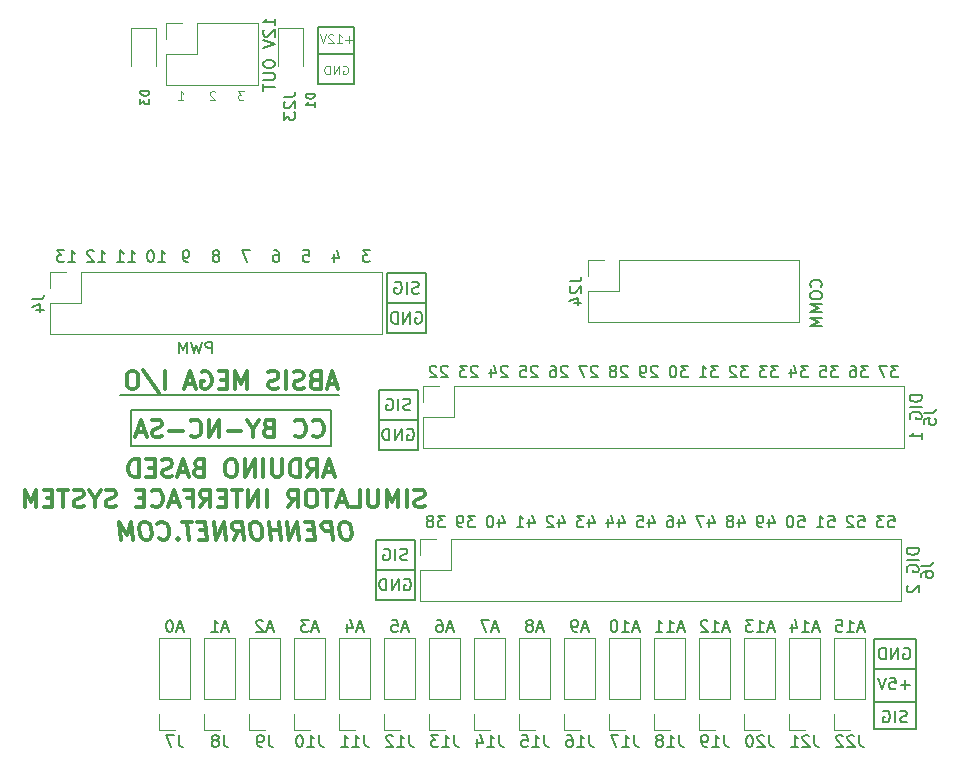
<source format=gbo>
G04 #@! TF.FileFunction,Legend,Bot*
%FSLAX46Y46*%
G04 Gerber Fmt 4.6, Leading zero omitted, Abs format (unit mm)*
G04 Created by KiCad (PCBNEW 4.0.7) date 02/19/18 15:41:51*
%MOMM*%
%LPD*%
G01*
G04 APERTURE LIST*
%ADD10C,0.100000*%
%ADD11C,0.300000*%
%ADD12C,0.125000*%
%ADD13C,0.150000*%
%ADD14C,0.120000*%
G04 APERTURE END LIST*
D10*
D11*
X143549808Y-96257371D02*
X143264094Y-96257371D01*
X143130165Y-96328800D01*
X143005165Y-96471657D01*
X142969451Y-96757371D01*
X143031951Y-97257371D01*
X143139094Y-97543086D01*
X143299808Y-97685943D01*
X143451594Y-97757371D01*
X143737308Y-97757371D01*
X143871237Y-97685943D01*
X143996237Y-97543086D01*
X144031951Y-97257371D01*
X143969451Y-96757371D01*
X143862308Y-96471657D01*
X143701594Y-96328800D01*
X143549808Y-96257371D01*
X142451593Y-97757371D02*
X142264093Y-96257371D01*
X141692665Y-96257371D01*
X141558736Y-96328800D01*
X141496237Y-96400229D01*
X141442665Y-96543086D01*
X141469450Y-96757371D01*
X141558737Y-96900229D01*
X141639093Y-96971657D01*
X141790880Y-97043086D01*
X142362308Y-97043086D01*
X140853379Y-96971657D02*
X140353379Y-96971657D01*
X140237307Y-97757371D02*
X140951593Y-97757371D01*
X140764093Y-96257371D01*
X140049807Y-96257371D01*
X139594450Y-97757371D02*
X139406950Y-96257371D01*
X138737307Y-97757371D01*
X138549807Y-96257371D01*
X138023021Y-97757371D02*
X137835521Y-96257371D01*
X137924807Y-96971657D02*
X137067664Y-96971657D01*
X137165878Y-97757371D02*
X136978378Y-96257371D01*
X135978378Y-96257371D02*
X135692664Y-96257371D01*
X135558735Y-96328800D01*
X135433735Y-96471657D01*
X135398021Y-96757371D01*
X135460521Y-97257371D01*
X135567664Y-97543086D01*
X135728378Y-97685943D01*
X135880164Y-97757371D01*
X136165878Y-97757371D01*
X136299807Y-97685943D01*
X136424807Y-97543086D01*
X136460521Y-97257371D01*
X136398021Y-96757371D01*
X136290878Y-96471657D01*
X136130164Y-96328800D01*
X135978378Y-96257371D01*
X134023020Y-97757371D02*
X134433735Y-97043086D01*
X134880163Y-97757371D02*
X134692663Y-96257371D01*
X134121235Y-96257371D01*
X133987306Y-96328800D01*
X133924807Y-96400229D01*
X133871235Y-96543086D01*
X133898020Y-96757371D01*
X133987307Y-96900229D01*
X134067663Y-96971657D01*
X134219450Y-97043086D01*
X134790878Y-97043086D01*
X133380163Y-97757371D02*
X133192663Y-96257371D01*
X132523020Y-97757371D01*
X132335520Y-96257371D01*
X131710520Y-96971657D02*
X131210520Y-96971657D01*
X131094448Y-97757371D02*
X131808734Y-97757371D01*
X131621234Y-96257371D01*
X130906948Y-96257371D01*
X130478377Y-96257371D02*
X129621234Y-96257371D01*
X130237305Y-97757371D02*
X130049805Y-96257371D01*
X129290877Y-97614514D02*
X129228378Y-97685943D01*
X129308734Y-97757371D01*
X129371235Y-97685943D01*
X129290877Y-97614514D01*
X129308734Y-97757371D01*
X127719448Y-97614514D02*
X127799806Y-97685943D01*
X128023020Y-97757371D01*
X128165877Y-97757371D01*
X128371234Y-97685943D01*
X128496235Y-97543086D01*
X128549806Y-97400229D01*
X128585520Y-97114514D01*
X128558735Y-96900229D01*
X128451591Y-96614514D01*
X128362306Y-96471657D01*
X128201591Y-96328800D01*
X127978377Y-96257371D01*
X127835520Y-96257371D01*
X127630163Y-96328800D01*
X127567663Y-96400229D01*
X126621234Y-96257371D02*
X126335520Y-96257371D01*
X126201591Y-96328800D01*
X126076591Y-96471657D01*
X126040877Y-96757371D01*
X126103377Y-97257371D01*
X126210520Y-97543086D01*
X126371234Y-97685943D01*
X126523020Y-97757371D01*
X126808734Y-97757371D01*
X126942663Y-97685943D01*
X127067663Y-97543086D01*
X127103377Y-97257371D01*
X127040877Y-96757371D01*
X126933734Y-96471657D01*
X126773020Y-96328800D01*
X126621234Y-96257371D01*
X125523019Y-97757371D02*
X125335519Y-96257371D01*
X124969448Y-97328800D01*
X124335519Y-96257371D01*
X124523019Y-97757371D01*
D12*
X134893857Y-59787286D02*
X134429571Y-59787286D01*
X134679571Y-60073000D01*
X134572429Y-60073000D01*
X134501000Y-60108714D01*
X134465286Y-60144429D01*
X134429571Y-60215857D01*
X134429571Y-60394429D01*
X134465286Y-60465857D01*
X134501000Y-60501571D01*
X134572429Y-60537286D01*
X134786714Y-60537286D01*
X134858143Y-60501571D01*
X134893857Y-60465857D01*
X132445143Y-59858714D02*
X132409429Y-59823000D01*
X132338000Y-59787286D01*
X132159429Y-59787286D01*
X132088000Y-59823000D01*
X132052286Y-59858714D01*
X132016571Y-59930143D01*
X132016571Y-60001571D01*
X132052286Y-60108714D01*
X132480857Y-60537286D01*
X132016571Y-60537286D01*
X129349571Y-60537286D02*
X129778143Y-60537286D01*
X129563857Y-60537286D02*
X129563857Y-59787286D01*
X129635286Y-59894429D01*
X129706714Y-59965857D01*
X129778143Y-60001571D01*
D13*
X141192000Y-56642000D02*
X141192000Y-54356000D01*
X144240000Y-54356000D02*
X141192000Y-54356000D01*
X141192000Y-56642000D02*
X144240000Y-56642000D01*
X141192000Y-59182000D02*
X141192000Y-56642000D01*
X144240000Y-59182000D02*
X141192000Y-59182000D01*
X144240000Y-54356000D02*
X144240000Y-59182000D01*
D12*
X143287571Y-57664000D02*
X143359000Y-57628286D01*
X143466143Y-57628286D01*
X143573286Y-57664000D01*
X143644714Y-57735429D01*
X143680429Y-57806857D01*
X143716143Y-57949714D01*
X143716143Y-58056857D01*
X143680429Y-58199714D01*
X143644714Y-58271143D01*
X143573286Y-58342571D01*
X143466143Y-58378286D01*
X143394714Y-58378286D01*
X143287571Y-58342571D01*
X143251857Y-58306857D01*
X143251857Y-58056857D01*
X143394714Y-58056857D01*
X142930429Y-58378286D02*
X142930429Y-57628286D01*
X142501857Y-58378286D01*
X142501857Y-57628286D01*
X142144715Y-58378286D02*
X142144715Y-57628286D01*
X141966143Y-57628286D01*
X141859000Y-57664000D01*
X141787572Y-57735429D01*
X141751857Y-57806857D01*
X141716143Y-57949714D01*
X141716143Y-58056857D01*
X141751857Y-58199714D01*
X141787572Y-58271143D01*
X141859000Y-58342571D01*
X141966143Y-58378286D01*
X142144715Y-58378286D01*
X144061429Y-55425571D02*
X143490000Y-55425571D01*
X143775714Y-55711286D02*
X143775714Y-55139857D01*
X142740000Y-55711286D02*
X143168572Y-55711286D01*
X142954286Y-55711286D02*
X142954286Y-54961286D01*
X143025715Y-55068429D01*
X143097143Y-55139857D01*
X143168572Y-55175571D01*
X142454286Y-55032714D02*
X142418572Y-54997000D01*
X142347143Y-54961286D01*
X142168572Y-54961286D01*
X142097143Y-54997000D01*
X142061429Y-55032714D01*
X142025714Y-55104143D01*
X142025714Y-55175571D01*
X142061429Y-55282714D01*
X142490000Y-55711286D01*
X142025714Y-55711286D01*
X141811428Y-54961286D02*
X141561428Y-55711286D01*
X141311428Y-54961286D01*
D13*
X124434600Y-85521800D02*
X142976600Y-85521800D01*
D11*
X142750857Y-84578000D02*
X142036571Y-84578000D01*
X142893714Y-85006571D02*
X142393714Y-83506571D01*
X141893714Y-85006571D01*
X140893714Y-84220857D02*
X140679428Y-84292286D01*
X140608000Y-84363714D01*
X140536571Y-84506571D01*
X140536571Y-84720857D01*
X140608000Y-84863714D01*
X140679428Y-84935143D01*
X140822286Y-85006571D01*
X141393714Y-85006571D01*
X141393714Y-83506571D01*
X140893714Y-83506571D01*
X140750857Y-83578000D01*
X140679428Y-83649429D01*
X140608000Y-83792286D01*
X140608000Y-83935143D01*
X140679428Y-84078000D01*
X140750857Y-84149429D01*
X140893714Y-84220857D01*
X141393714Y-84220857D01*
X139965143Y-84935143D02*
X139750857Y-85006571D01*
X139393714Y-85006571D01*
X139250857Y-84935143D01*
X139179428Y-84863714D01*
X139108000Y-84720857D01*
X139108000Y-84578000D01*
X139179428Y-84435143D01*
X139250857Y-84363714D01*
X139393714Y-84292286D01*
X139679428Y-84220857D01*
X139822286Y-84149429D01*
X139893714Y-84078000D01*
X139965143Y-83935143D01*
X139965143Y-83792286D01*
X139893714Y-83649429D01*
X139822286Y-83578000D01*
X139679428Y-83506571D01*
X139322286Y-83506571D01*
X139108000Y-83578000D01*
X138465143Y-85006571D02*
X138465143Y-83506571D01*
X137822286Y-84935143D02*
X137608000Y-85006571D01*
X137250857Y-85006571D01*
X137108000Y-84935143D01*
X137036571Y-84863714D01*
X136965143Y-84720857D01*
X136965143Y-84578000D01*
X137036571Y-84435143D01*
X137108000Y-84363714D01*
X137250857Y-84292286D01*
X137536571Y-84220857D01*
X137679429Y-84149429D01*
X137750857Y-84078000D01*
X137822286Y-83935143D01*
X137822286Y-83792286D01*
X137750857Y-83649429D01*
X137679429Y-83578000D01*
X137536571Y-83506571D01*
X137179429Y-83506571D01*
X136965143Y-83578000D01*
X135179429Y-85006571D02*
X135179429Y-83506571D01*
X134679429Y-84578000D01*
X134179429Y-83506571D01*
X134179429Y-85006571D01*
X133465143Y-84220857D02*
X132965143Y-84220857D01*
X132750857Y-85006571D02*
X133465143Y-85006571D01*
X133465143Y-83506571D01*
X132750857Y-83506571D01*
X131322286Y-83578000D02*
X131465143Y-83506571D01*
X131679429Y-83506571D01*
X131893714Y-83578000D01*
X132036572Y-83720857D01*
X132108000Y-83863714D01*
X132179429Y-84149429D01*
X132179429Y-84363714D01*
X132108000Y-84649429D01*
X132036572Y-84792286D01*
X131893714Y-84935143D01*
X131679429Y-85006571D01*
X131536572Y-85006571D01*
X131322286Y-84935143D01*
X131250857Y-84863714D01*
X131250857Y-84363714D01*
X131536572Y-84363714D01*
X130679429Y-84578000D02*
X129965143Y-84578000D01*
X130822286Y-85006571D02*
X130322286Y-83506571D01*
X129822286Y-85006571D01*
X128179429Y-85006571D02*
X128179429Y-83506571D01*
X126393715Y-83435143D02*
X127679429Y-85363714D01*
X125608000Y-83506571D02*
X125322286Y-83506571D01*
X125179428Y-83578000D01*
X125036571Y-83720857D01*
X124965143Y-84006571D01*
X124965143Y-84506571D01*
X125036571Y-84792286D01*
X125179428Y-84935143D01*
X125322286Y-85006571D01*
X125608000Y-85006571D01*
X125750857Y-84935143D01*
X125893714Y-84792286D01*
X125965143Y-84506571D01*
X125965143Y-84006571D01*
X125893714Y-83720857D01*
X125750857Y-83578000D01*
X125608000Y-83506571D01*
D13*
X142240000Y-89814400D02*
X142240000Y-86766400D01*
X125349000Y-86766400D02*
X125349000Y-89814400D01*
X142240000Y-86766400D02*
X125349000Y-86766400D01*
X125349000Y-89814400D02*
X142240000Y-89814400D01*
D11*
X140730999Y-88953114D02*
X140802428Y-89024543D01*
X141016714Y-89095971D01*
X141159571Y-89095971D01*
X141373856Y-89024543D01*
X141516714Y-88881686D01*
X141588142Y-88738829D01*
X141659571Y-88453114D01*
X141659571Y-88238829D01*
X141588142Y-87953114D01*
X141516714Y-87810257D01*
X141373856Y-87667400D01*
X141159571Y-87595971D01*
X141016714Y-87595971D01*
X140802428Y-87667400D01*
X140730999Y-87738829D01*
X139230999Y-88953114D02*
X139302428Y-89024543D01*
X139516714Y-89095971D01*
X139659571Y-89095971D01*
X139873856Y-89024543D01*
X140016714Y-88881686D01*
X140088142Y-88738829D01*
X140159571Y-88453114D01*
X140159571Y-88238829D01*
X140088142Y-87953114D01*
X140016714Y-87810257D01*
X139873856Y-87667400D01*
X139659571Y-87595971D01*
X139516714Y-87595971D01*
X139302428Y-87667400D01*
X139230999Y-87738829D01*
X136945285Y-88310257D02*
X136730999Y-88381686D01*
X136659571Y-88453114D01*
X136588142Y-88595971D01*
X136588142Y-88810257D01*
X136659571Y-88953114D01*
X136730999Y-89024543D01*
X136873857Y-89095971D01*
X137445285Y-89095971D01*
X137445285Y-87595971D01*
X136945285Y-87595971D01*
X136802428Y-87667400D01*
X136730999Y-87738829D01*
X136659571Y-87881686D01*
X136659571Y-88024543D01*
X136730999Y-88167400D01*
X136802428Y-88238829D01*
X136945285Y-88310257D01*
X137445285Y-88310257D01*
X135659571Y-88381686D02*
X135659571Y-89095971D01*
X136159571Y-87595971D02*
X135659571Y-88381686D01*
X135159571Y-87595971D01*
X134659571Y-88524543D02*
X133516714Y-88524543D01*
X132802428Y-89095971D02*
X132802428Y-87595971D01*
X131945285Y-89095971D01*
X131945285Y-87595971D01*
X130373856Y-88953114D02*
X130445285Y-89024543D01*
X130659571Y-89095971D01*
X130802428Y-89095971D01*
X131016713Y-89024543D01*
X131159571Y-88881686D01*
X131230999Y-88738829D01*
X131302428Y-88453114D01*
X131302428Y-88238829D01*
X131230999Y-87953114D01*
X131159571Y-87810257D01*
X131016713Y-87667400D01*
X130802428Y-87595971D01*
X130659571Y-87595971D01*
X130445285Y-87667400D01*
X130373856Y-87738829D01*
X129730999Y-88524543D02*
X128588142Y-88524543D01*
X127945285Y-89024543D02*
X127730999Y-89095971D01*
X127373856Y-89095971D01*
X127230999Y-89024543D01*
X127159570Y-88953114D01*
X127088142Y-88810257D01*
X127088142Y-88667400D01*
X127159570Y-88524543D01*
X127230999Y-88453114D01*
X127373856Y-88381686D01*
X127659570Y-88310257D01*
X127802428Y-88238829D01*
X127873856Y-88167400D01*
X127945285Y-88024543D01*
X127945285Y-87881686D01*
X127873856Y-87738829D01*
X127802428Y-87667400D01*
X127659570Y-87595971D01*
X127302428Y-87595971D01*
X127088142Y-87667400D01*
X126516714Y-88667400D02*
X125802428Y-88667400D01*
X126659571Y-89095971D02*
X126159571Y-87595971D01*
X125659571Y-89095971D01*
X142473000Y-92040600D02*
X141758714Y-92040600D01*
X142615857Y-92469171D02*
X142115857Y-90969171D01*
X141615857Y-92469171D01*
X140258714Y-92469171D02*
X140758714Y-91754886D01*
X141115857Y-92469171D02*
X141115857Y-90969171D01*
X140544429Y-90969171D01*
X140401571Y-91040600D01*
X140330143Y-91112029D01*
X140258714Y-91254886D01*
X140258714Y-91469171D01*
X140330143Y-91612029D01*
X140401571Y-91683457D01*
X140544429Y-91754886D01*
X141115857Y-91754886D01*
X139615857Y-92469171D02*
X139615857Y-90969171D01*
X139258714Y-90969171D01*
X139044429Y-91040600D01*
X138901571Y-91183457D01*
X138830143Y-91326314D01*
X138758714Y-91612029D01*
X138758714Y-91826314D01*
X138830143Y-92112029D01*
X138901571Y-92254886D01*
X139044429Y-92397743D01*
X139258714Y-92469171D01*
X139615857Y-92469171D01*
X138115857Y-90969171D02*
X138115857Y-92183457D01*
X138044429Y-92326314D01*
X137973000Y-92397743D01*
X137830143Y-92469171D01*
X137544429Y-92469171D01*
X137401571Y-92397743D01*
X137330143Y-92326314D01*
X137258714Y-92183457D01*
X137258714Y-90969171D01*
X136544428Y-92469171D02*
X136544428Y-90969171D01*
X135830142Y-92469171D02*
X135830142Y-90969171D01*
X134972999Y-92469171D01*
X134972999Y-90969171D01*
X133972999Y-90969171D02*
X133687285Y-90969171D01*
X133544427Y-91040600D01*
X133401570Y-91183457D01*
X133330142Y-91469171D01*
X133330142Y-91969171D01*
X133401570Y-92254886D01*
X133544427Y-92397743D01*
X133687285Y-92469171D01*
X133972999Y-92469171D01*
X134115856Y-92397743D01*
X134258713Y-92254886D01*
X134330142Y-91969171D01*
X134330142Y-91469171D01*
X134258713Y-91183457D01*
X134115856Y-91040600D01*
X133972999Y-90969171D01*
X131044427Y-91683457D02*
X130830141Y-91754886D01*
X130758713Y-91826314D01*
X130687284Y-91969171D01*
X130687284Y-92183457D01*
X130758713Y-92326314D01*
X130830141Y-92397743D01*
X130972999Y-92469171D01*
X131544427Y-92469171D01*
X131544427Y-90969171D01*
X131044427Y-90969171D01*
X130901570Y-91040600D01*
X130830141Y-91112029D01*
X130758713Y-91254886D01*
X130758713Y-91397743D01*
X130830141Y-91540600D01*
X130901570Y-91612029D01*
X131044427Y-91683457D01*
X131544427Y-91683457D01*
X130115856Y-92040600D02*
X129401570Y-92040600D01*
X130258713Y-92469171D02*
X129758713Y-90969171D01*
X129258713Y-92469171D01*
X128830142Y-92397743D02*
X128615856Y-92469171D01*
X128258713Y-92469171D01*
X128115856Y-92397743D01*
X128044427Y-92326314D01*
X127972999Y-92183457D01*
X127972999Y-92040600D01*
X128044427Y-91897743D01*
X128115856Y-91826314D01*
X128258713Y-91754886D01*
X128544427Y-91683457D01*
X128687285Y-91612029D01*
X128758713Y-91540600D01*
X128830142Y-91397743D01*
X128830142Y-91254886D01*
X128758713Y-91112029D01*
X128687285Y-91040600D01*
X128544427Y-90969171D01*
X128187285Y-90969171D01*
X127972999Y-91040600D01*
X127330142Y-91683457D02*
X126830142Y-91683457D01*
X126615856Y-92469171D02*
X127330142Y-92469171D01*
X127330142Y-90969171D01*
X126615856Y-90969171D01*
X125972999Y-92469171D02*
X125972999Y-90969171D01*
X125615856Y-90969171D01*
X125401571Y-91040600D01*
X125258713Y-91183457D01*
X125187285Y-91326314D01*
X125115856Y-91612029D01*
X125115856Y-91826314D01*
X125187285Y-92112029D01*
X125258713Y-92254886D01*
X125401571Y-92397743D01*
X125615856Y-92469171D01*
X125972999Y-92469171D01*
X150187286Y-94947743D02*
X149973000Y-95019171D01*
X149615857Y-95019171D01*
X149473000Y-94947743D01*
X149401571Y-94876314D01*
X149330143Y-94733457D01*
X149330143Y-94590600D01*
X149401571Y-94447743D01*
X149473000Y-94376314D01*
X149615857Y-94304886D01*
X149901571Y-94233457D01*
X150044429Y-94162029D01*
X150115857Y-94090600D01*
X150187286Y-93947743D01*
X150187286Y-93804886D01*
X150115857Y-93662029D01*
X150044429Y-93590600D01*
X149901571Y-93519171D01*
X149544429Y-93519171D01*
X149330143Y-93590600D01*
X148687286Y-95019171D02*
X148687286Y-93519171D01*
X147973000Y-95019171D02*
X147973000Y-93519171D01*
X147473000Y-94590600D01*
X146973000Y-93519171D01*
X146973000Y-95019171D01*
X146258714Y-93519171D02*
X146258714Y-94733457D01*
X146187286Y-94876314D01*
X146115857Y-94947743D01*
X145973000Y-95019171D01*
X145687286Y-95019171D01*
X145544428Y-94947743D01*
X145473000Y-94876314D01*
X145401571Y-94733457D01*
X145401571Y-93519171D01*
X143972999Y-95019171D02*
X144687285Y-95019171D01*
X144687285Y-93519171D01*
X143544428Y-94590600D02*
X142830142Y-94590600D01*
X143687285Y-95019171D02*
X143187285Y-93519171D01*
X142687285Y-95019171D01*
X142401571Y-93519171D02*
X141544428Y-93519171D01*
X141972999Y-95019171D02*
X141972999Y-93519171D01*
X140758714Y-93519171D02*
X140473000Y-93519171D01*
X140330142Y-93590600D01*
X140187285Y-93733457D01*
X140115857Y-94019171D01*
X140115857Y-94519171D01*
X140187285Y-94804886D01*
X140330142Y-94947743D01*
X140473000Y-95019171D01*
X140758714Y-95019171D01*
X140901571Y-94947743D01*
X141044428Y-94804886D01*
X141115857Y-94519171D01*
X141115857Y-94019171D01*
X141044428Y-93733457D01*
X140901571Y-93590600D01*
X140758714Y-93519171D01*
X138615856Y-95019171D02*
X139115856Y-94304886D01*
X139472999Y-95019171D02*
X139472999Y-93519171D01*
X138901571Y-93519171D01*
X138758713Y-93590600D01*
X138687285Y-93662029D01*
X138615856Y-93804886D01*
X138615856Y-94019171D01*
X138687285Y-94162029D01*
X138758713Y-94233457D01*
X138901571Y-94304886D01*
X139472999Y-94304886D01*
X136830142Y-95019171D02*
X136830142Y-93519171D01*
X136115856Y-95019171D02*
X136115856Y-93519171D01*
X135258713Y-95019171D01*
X135258713Y-93519171D01*
X134758713Y-93519171D02*
X133901570Y-93519171D01*
X134330141Y-95019171D02*
X134330141Y-93519171D01*
X133401570Y-94233457D02*
X132901570Y-94233457D01*
X132687284Y-95019171D02*
X133401570Y-95019171D01*
X133401570Y-93519171D01*
X132687284Y-93519171D01*
X131187284Y-95019171D02*
X131687284Y-94304886D01*
X132044427Y-95019171D02*
X132044427Y-93519171D01*
X131472999Y-93519171D01*
X131330141Y-93590600D01*
X131258713Y-93662029D01*
X131187284Y-93804886D01*
X131187284Y-94019171D01*
X131258713Y-94162029D01*
X131330141Y-94233457D01*
X131472999Y-94304886D01*
X132044427Y-94304886D01*
X130044427Y-94233457D02*
X130544427Y-94233457D01*
X130544427Y-95019171D02*
X130544427Y-93519171D01*
X129830141Y-93519171D01*
X129330142Y-94590600D02*
X128615856Y-94590600D01*
X129472999Y-95019171D02*
X128972999Y-93519171D01*
X128472999Y-95019171D01*
X127115856Y-94876314D02*
X127187285Y-94947743D01*
X127401571Y-95019171D01*
X127544428Y-95019171D01*
X127758713Y-94947743D01*
X127901571Y-94804886D01*
X127972999Y-94662029D01*
X128044428Y-94376314D01*
X128044428Y-94162029D01*
X127972999Y-93876314D01*
X127901571Y-93733457D01*
X127758713Y-93590600D01*
X127544428Y-93519171D01*
X127401571Y-93519171D01*
X127187285Y-93590600D01*
X127115856Y-93662029D01*
X126472999Y-94233457D02*
X125972999Y-94233457D01*
X125758713Y-95019171D02*
X126472999Y-95019171D01*
X126472999Y-93519171D01*
X125758713Y-93519171D01*
X124044428Y-94947743D02*
X123830142Y-95019171D01*
X123472999Y-95019171D01*
X123330142Y-94947743D01*
X123258713Y-94876314D01*
X123187285Y-94733457D01*
X123187285Y-94590600D01*
X123258713Y-94447743D01*
X123330142Y-94376314D01*
X123472999Y-94304886D01*
X123758713Y-94233457D01*
X123901571Y-94162029D01*
X123972999Y-94090600D01*
X124044428Y-93947743D01*
X124044428Y-93804886D01*
X123972999Y-93662029D01*
X123901571Y-93590600D01*
X123758713Y-93519171D01*
X123401571Y-93519171D01*
X123187285Y-93590600D01*
X122258714Y-94304886D02*
X122258714Y-95019171D01*
X122758714Y-93519171D02*
X122258714Y-94304886D01*
X121758714Y-93519171D01*
X121330143Y-94947743D02*
X121115857Y-95019171D01*
X120758714Y-95019171D01*
X120615857Y-94947743D01*
X120544428Y-94876314D01*
X120473000Y-94733457D01*
X120473000Y-94590600D01*
X120544428Y-94447743D01*
X120615857Y-94376314D01*
X120758714Y-94304886D01*
X121044428Y-94233457D01*
X121187286Y-94162029D01*
X121258714Y-94090600D01*
X121330143Y-93947743D01*
X121330143Y-93804886D01*
X121258714Y-93662029D01*
X121187286Y-93590600D01*
X121044428Y-93519171D01*
X120687286Y-93519171D01*
X120473000Y-93590600D01*
X120044429Y-93519171D02*
X119187286Y-93519171D01*
X119615857Y-95019171D02*
X119615857Y-93519171D01*
X118687286Y-94233457D02*
X118187286Y-94233457D01*
X117973000Y-95019171D02*
X118687286Y-95019171D01*
X118687286Y-93519171D01*
X117973000Y-93519171D01*
X117330143Y-95019171D02*
X117330143Y-93519171D01*
X116830143Y-94590600D01*
X116330143Y-93519171D01*
X116330143Y-95019171D01*
D13*
X120030476Y-74255381D02*
X120601905Y-74255381D01*
X120316191Y-74255381D02*
X120316191Y-73255381D01*
X120411429Y-73398238D01*
X120506667Y-73493476D01*
X120601905Y-73541095D01*
X119697143Y-73255381D02*
X119078095Y-73255381D01*
X119411429Y-73636333D01*
X119268571Y-73636333D01*
X119173333Y-73683952D01*
X119125714Y-73731571D01*
X119078095Y-73826810D01*
X119078095Y-74064905D01*
X119125714Y-74160143D01*
X119173333Y-74207762D01*
X119268571Y-74255381D01*
X119554286Y-74255381D01*
X119649524Y-74207762D01*
X119697143Y-74160143D01*
X125110476Y-74255381D02*
X125681905Y-74255381D01*
X125396191Y-74255381D02*
X125396191Y-73255381D01*
X125491429Y-73398238D01*
X125586667Y-73493476D01*
X125681905Y-73541095D01*
X124158095Y-74255381D02*
X124729524Y-74255381D01*
X124443810Y-74255381D02*
X124443810Y-73255381D01*
X124539048Y-73398238D01*
X124634286Y-73493476D01*
X124729524Y-73541095D01*
X122570476Y-74255381D02*
X123141905Y-74255381D01*
X122856191Y-74255381D02*
X122856191Y-73255381D01*
X122951429Y-73398238D01*
X123046667Y-73493476D01*
X123141905Y-73541095D01*
X122189524Y-73350619D02*
X122141905Y-73303000D01*
X122046667Y-73255381D01*
X121808571Y-73255381D01*
X121713333Y-73303000D01*
X121665714Y-73350619D01*
X121618095Y-73445857D01*
X121618095Y-73541095D01*
X121665714Y-73683952D01*
X122237143Y-74255381D01*
X121618095Y-74255381D01*
X127650476Y-74255381D02*
X128221905Y-74255381D01*
X127936191Y-74255381D02*
X127936191Y-73255381D01*
X128031429Y-73398238D01*
X128126667Y-73493476D01*
X128221905Y-73541095D01*
X127031429Y-73255381D02*
X126936190Y-73255381D01*
X126840952Y-73303000D01*
X126793333Y-73350619D01*
X126745714Y-73445857D01*
X126698095Y-73636333D01*
X126698095Y-73874429D01*
X126745714Y-74064905D01*
X126793333Y-74160143D01*
X126840952Y-74207762D01*
X126936190Y-74255381D01*
X127031429Y-74255381D01*
X127126667Y-74207762D01*
X127174286Y-74160143D01*
X127221905Y-74064905D01*
X127269524Y-73874429D01*
X127269524Y-73636333D01*
X127221905Y-73445857D01*
X127174286Y-73350619D01*
X127126667Y-73303000D01*
X127031429Y-73255381D01*
X139921904Y-73255381D02*
X140398095Y-73255381D01*
X140445714Y-73731571D01*
X140398095Y-73683952D01*
X140302857Y-73636333D01*
X140064761Y-73636333D01*
X139969523Y-73683952D01*
X139921904Y-73731571D01*
X139874285Y-73826810D01*
X139874285Y-74064905D01*
X139921904Y-74160143D01*
X139969523Y-74207762D01*
X140064761Y-74255381D01*
X140302857Y-74255381D01*
X140398095Y-74207762D01*
X140445714Y-74160143D01*
X135413333Y-73255381D02*
X134746666Y-73255381D01*
X135175238Y-74255381D01*
X137429523Y-73255381D02*
X137620000Y-73255381D01*
X137715238Y-73303000D01*
X137762857Y-73350619D01*
X137858095Y-73493476D01*
X137905714Y-73683952D01*
X137905714Y-74064905D01*
X137858095Y-74160143D01*
X137810476Y-74207762D01*
X137715238Y-74255381D01*
X137524761Y-74255381D01*
X137429523Y-74207762D01*
X137381904Y-74160143D01*
X137334285Y-74064905D01*
X137334285Y-73826810D01*
X137381904Y-73731571D01*
X137429523Y-73683952D01*
X137524761Y-73636333D01*
X137715238Y-73636333D01*
X137810476Y-73683952D01*
X137858095Y-73731571D01*
X137905714Y-73826810D01*
X130190476Y-74255381D02*
X130000000Y-74255381D01*
X129904761Y-74207762D01*
X129857142Y-74160143D01*
X129761904Y-74017286D01*
X129714285Y-73826810D01*
X129714285Y-73445857D01*
X129761904Y-73350619D01*
X129809523Y-73303000D01*
X129904761Y-73255381D01*
X130095238Y-73255381D01*
X130190476Y-73303000D01*
X130238095Y-73350619D01*
X130285714Y-73445857D01*
X130285714Y-73683952D01*
X130238095Y-73779190D01*
X130190476Y-73826810D01*
X130095238Y-73874429D01*
X129904761Y-73874429D01*
X129809523Y-73826810D01*
X129761904Y-73779190D01*
X129714285Y-73683952D01*
X132635238Y-73683952D02*
X132730476Y-73636333D01*
X132778095Y-73588714D01*
X132825714Y-73493476D01*
X132825714Y-73445857D01*
X132778095Y-73350619D01*
X132730476Y-73303000D01*
X132635238Y-73255381D01*
X132444761Y-73255381D01*
X132349523Y-73303000D01*
X132301904Y-73350619D01*
X132254285Y-73445857D01*
X132254285Y-73493476D01*
X132301904Y-73588714D01*
X132349523Y-73636333D01*
X132444761Y-73683952D01*
X132635238Y-73683952D01*
X132730476Y-73731571D01*
X132778095Y-73779190D01*
X132825714Y-73874429D01*
X132825714Y-74064905D01*
X132778095Y-74160143D01*
X132730476Y-74207762D01*
X132635238Y-74255381D01*
X132444761Y-74255381D01*
X132349523Y-74207762D01*
X132301904Y-74160143D01*
X132254285Y-74064905D01*
X132254285Y-73874429D01*
X132301904Y-73779190D01*
X132349523Y-73731571D01*
X132444761Y-73683952D01*
X142509523Y-73588714D02*
X142509523Y-74255381D01*
X142747619Y-73207762D02*
X142985714Y-73922048D01*
X142366666Y-73922048D01*
X145573333Y-73255381D02*
X144954285Y-73255381D01*
X145287619Y-73636333D01*
X145144761Y-73636333D01*
X145049523Y-73683952D01*
X145001904Y-73731571D01*
X144954285Y-73826810D01*
X144954285Y-74064905D01*
X145001904Y-74160143D01*
X145049523Y-74207762D01*
X145144761Y-74255381D01*
X145430476Y-74255381D01*
X145525714Y-74207762D01*
X145573333Y-74160143D01*
X147018000Y-80280000D02*
X150320000Y-80280000D01*
X150320000Y-77740000D02*
X147018000Y-77740000D01*
X149430904Y-78510000D02*
X149526142Y-78462381D01*
X149668999Y-78462381D01*
X149811857Y-78510000D01*
X149907095Y-78605238D01*
X149954714Y-78700476D01*
X150002333Y-78890952D01*
X150002333Y-79033810D01*
X149954714Y-79224286D01*
X149907095Y-79319524D01*
X149811857Y-79414762D01*
X149668999Y-79462381D01*
X149573761Y-79462381D01*
X149430904Y-79414762D01*
X149383285Y-79367143D01*
X149383285Y-79033810D01*
X149573761Y-79033810D01*
X148954714Y-79462381D02*
X148954714Y-78462381D01*
X148383285Y-79462381D01*
X148383285Y-78462381D01*
X147907095Y-79462381D02*
X147907095Y-78462381D01*
X147669000Y-78462381D01*
X147526142Y-78510000D01*
X147430904Y-78605238D01*
X147383285Y-78700476D01*
X147335666Y-78890952D01*
X147335666Y-79033810D01*
X147383285Y-79224286D01*
X147430904Y-79319524D01*
X147526142Y-79414762D01*
X147669000Y-79462381D01*
X147907095Y-79462381D01*
X147018000Y-80280000D02*
X147018000Y-75200000D01*
X150320000Y-75200000D02*
X147018000Y-75200000D01*
X150320000Y-75200000D02*
X150320000Y-80280000D01*
X149692809Y-76874762D02*
X149549952Y-76922381D01*
X149311856Y-76922381D01*
X149216618Y-76874762D01*
X149168999Y-76827143D01*
X149121380Y-76731905D01*
X149121380Y-76636667D01*
X149168999Y-76541429D01*
X149216618Y-76493810D01*
X149311856Y-76446190D01*
X149502333Y-76398571D01*
X149597571Y-76350952D01*
X149645190Y-76303333D01*
X149692809Y-76208095D01*
X149692809Y-76112857D01*
X149645190Y-76017619D01*
X149597571Y-75970000D01*
X149502333Y-75922381D01*
X149264237Y-75922381D01*
X149121380Y-75970000D01*
X148692809Y-76922381D02*
X148692809Y-75922381D01*
X147692809Y-75970000D02*
X147788047Y-75922381D01*
X147930904Y-75922381D01*
X148073762Y-75970000D01*
X148169000Y-76065238D01*
X148216619Y-76160476D01*
X148264238Y-76350952D01*
X148264238Y-76493810D01*
X148216619Y-76684286D01*
X148169000Y-76779524D01*
X148073762Y-76874762D01*
X147930904Y-76922381D01*
X147835666Y-76922381D01*
X147692809Y-76874762D01*
X147645190Y-76827143D01*
X147645190Y-76493810D01*
X147835666Y-76493810D01*
X182673524Y-83018381D02*
X182054476Y-83018381D01*
X182387810Y-83399333D01*
X182244952Y-83399333D01*
X182149714Y-83446952D01*
X182102095Y-83494571D01*
X182054476Y-83589810D01*
X182054476Y-83827905D01*
X182102095Y-83923143D01*
X182149714Y-83970762D01*
X182244952Y-84018381D01*
X182530667Y-84018381D01*
X182625905Y-83970762D01*
X182673524Y-83923143D01*
X181197333Y-83351714D02*
X181197333Y-84018381D01*
X181435429Y-82970762D02*
X181673524Y-83685048D01*
X181054476Y-83685048D01*
X180133524Y-83018381D02*
X179514476Y-83018381D01*
X179847810Y-83399333D01*
X179704952Y-83399333D01*
X179609714Y-83446952D01*
X179562095Y-83494571D01*
X179514476Y-83589810D01*
X179514476Y-83827905D01*
X179562095Y-83923143D01*
X179609714Y-83970762D01*
X179704952Y-84018381D01*
X179990667Y-84018381D01*
X180085905Y-83970762D01*
X180133524Y-83923143D01*
X179181143Y-83018381D02*
X178562095Y-83018381D01*
X178895429Y-83399333D01*
X178752571Y-83399333D01*
X178657333Y-83446952D01*
X178609714Y-83494571D01*
X178562095Y-83589810D01*
X178562095Y-83827905D01*
X178609714Y-83923143D01*
X178657333Y-83970762D01*
X178752571Y-84018381D01*
X179038286Y-84018381D01*
X179133524Y-83970762D01*
X179181143Y-83923143D01*
X177593524Y-83018381D02*
X176974476Y-83018381D01*
X177307810Y-83399333D01*
X177164952Y-83399333D01*
X177069714Y-83446952D01*
X177022095Y-83494571D01*
X176974476Y-83589810D01*
X176974476Y-83827905D01*
X177022095Y-83923143D01*
X177069714Y-83970762D01*
X177164952Y-84018381D01*
X177450667Y-84018381D01*
X177545905Y-83970762D01*
X177593524Y-83923143D01*
X176593524Y-83113619D02*
X176545905Y-83066000D01*
X176450667Y-83018381D01*
X176212571Y-83018381D01*
X176117333Y-83066000D01*
X176069714Y-83113619D01*
X176022095Y-83208857D01*
X176022095Y-83304095D01*
X176069714Y-83446952D01*
X176641143Y-84018381D01*
X176022095Y-84018381D01*
X175053524Y-83018381D02*
X174434476Y-83018381D01*
X174767810Y-83399333D01*
X174624952Y-83399333D01*
X174529714Y-83446952D01*
X174482095Y-83494571D01*
X174434476Y-83589810D01*
X174434476Y-83827905D01*
X174482095Y-83923143D01*
X174529714Y-83970762D01*
X174624952Y-84018381D01*
X174910667Y-84018381D01*
X175005905Y-83970762D01*
X175053524Y-83923143D01*
X173482095Y-84018381D02*
X174053524Y-84018381D01*
X173767810Y-84018381D02*
X173767810Y-83018381D01*
X173863048Y-83161238D01*
X173958286Y-83256476D01*
X174053524Y-83304095D01*
X172513524Y-83018381D02*
X171894476Y-83018381D01*
X172227810Y-83399333D01*
X172084952Y-83399333D01*
X171989714Y-83446952D01*
X171942095Y-83494571D01*
X171894476Y-83589810D01*
X171894476Y-83827905D01*
X171942095Y-83923143D01*
X171989714Y-83970762D01*
X172084952Y-84018381D01*
X172370667Y-84018381D01*
X172465905Y-83970762D01*
X172513524Y-83923143D01*
X171275429Y-83018381D02*
X171180190Y-83018381D01*
X171084952Y-83066000D01*
X171037333Y-83113619D01*
X170989714Y-83208857D01*
X170942095Y-83399333D01*
X170942095Y-83637429D01*
X170989714Y-83827905D01*
X171037333Y-83923143D01*
X171084952Y-83970762D01*
X171180190Y-84018381D01*
X171275429Y-84018381D01*
X171370667Y-83970762D01*
X171418286Y-83923143D01*
X171465905Y-83827905D01*
X171513524Y-83637429D01*
X171513524Y-83399333D01*
X171465905Y-83208857D01*
X171418286Y-83113619D01*
X171370667Y-83066000D01*
X171275429Y-83018381D01*
X162305905Y-83113619D02*
X162258286Y-83066000D01*
X162163048Y-83018381D01*
X161924952Y-83018381D01*
X161829714Y-83066000D01*
X161782095Y-83113619D01*
X161734476Y-83208857D01*
X161734476Y-83304095D01*
X161782095Y-83446952D01*
X162353524Y-84018381D01*
X161734476Y-84018381D01*
X160877333Y-83018381D02*
X161067810Y-83018381D01*
X161163048Y-83066000D01*
X161210667Y-83113619D01*
X161305905Y-83256476D01*
X161353524Y-83446952D01*
X161353524Y-83827905D01*
X161305905Y-83923143D01*
X161258286Y-83970762D01*
X161163048Y-84018381D01*
X160972571Y-84018381D01*
X160877333Y-83970762D01*
X160829714Y-83923143D01*
X160782095Y-83827905D01*
X160782095Y-83589810D01*
X160829714Y-83494571D01*
X160877333Y-83446952D01*
X160972571Y-83399333D01*
X161163048Y-83399333D01*
X161258286Y-83446952D01*
X161305905Y-83494571D01*
X161353524Y-83589810D01*
X159765905Y-83113619D02*
X159718286Y-83066000D01*
X159623048Y-83018381D01*
X159384952Y-83018381D01*
X159289714Y-83066000D01*
X159242095Y-83113619D01*
X159194476Y-83208857D01*
X159194476Y-83304095D01*
X159242095Y-83446952D01*
X159813524Y-84018381D01*
X159194476Y-84018381D01*
X158289714Y-83018381D02*
X158765905Y-83018381D01*
X158813524Y-83494571D01*
X158765905Y-83446952D01*
X158670667Y-83399333D01*
X158432571Y-83399333D01*
X158337333Y-83446952D01*
X158289714Y-83494571D01*
X158242095Y-83589810D01*
X158242095Y-83827905D01*
X158289714Y-83923143D01*
X158337333Y-83970762D01*
X158432571Y-84018381D01*
X158670667Y-84018381D01*
X158765905Y-83970762D01*
X158813524Y-83923143D01*
X169925905Y-83113619D02*
X169878286Y-83066000D01*
X169783048Y-83018381D01*
X169544952Y-83018381D01*
X169449714Y-83066000D01*
X169402095Y-83113619D01*
X169354476Y-83208857D01*
X169354476Y-83304095D01*
X169402095Y-83446952D01*
X169973524Y-84018381D01*
X169354476Y-84018381D01*
X168878286Y-84018381D02*
X168687810Y-84018381D01*
X168592571Y-83970762D01*
X168544952Y-83923143D01*
X168449714Y-83780286D01*
X168402095Y-83589810D01*
X168402095Y-83208857D01*
X168449714Y-83113619D01*
X168497333Y-83066000D01*
X168592571Y-83018381D01*
X168783048Y-83018381D01*
X168878286Y-83066000D01*
X168925905Y-83113619D01*
X168973524Y-83208857D01*
X168973524Y-83446952D01*
X168925905Y-83542190D01*
X168878286Y-83589810D01*
X168783048Y-83637429D01*
X168592571Y-83637429D01*
X168497333Y-83589810D01*
X168449714Y-83542190D01*
X168402095Y-83446952D01*
X167385905Y-83113619D02*
X167338286Y-83066000D01*
X167243048Y-83018381D01*
X167004952Y-83018381D01*
X166909714Y-83066000D01*
X166862095Y-83113619D01*
X166814476Y-83208857D01*
X166814476Y-83304095D01*
X166862095Y-83446952D01*
X167433524Y-84018381D01*
X166814476Y-84018381D01*
X166243048Y-83446952D02*
X166338286Y-83399333D01*
X166385905Y-83351714D01*
X166433524Y-83256476D01*
X166433524Y-83208857D01*
X166385905Y-83113619D01*
X166338286Y-83066000D01*
X166243048Y-83018381D01*
X166052571Y-83018381D01*
X165957333Y-83066000D01*
X165909714Y-83113619D01*
X165862095Y-83208857D01*
X165862095Y-83256476D01*
X165909714Y-83351714D01*
X165957333Y-83399333D01*
X166052571Y-83446952D01*
X166243048Y-83446952D01*
X166338286Y-83494571D01*
X166385905Y-83542190D01*
X166433524Y-83637429D01*
X166433524Y-83827905D01*
X166385905Y-83923143D01*
X166338286Y-83970762D01*
X166243048Y-84018381D01*
X166052571Y-84018381D01*
X165957333Y-83970762D01*
X165909714Y-83923143D01*
X165862095Y-83827905D01*
X165862095Y-83637429D01*
X165909714Y-83542190D01*
X165957333Y-83494571D01*
X166052571Y-83446952D01*
X164845905Y-83113619D02*
X164798286Y-83066000D01*
X164703048Y-83018381D01*
X164464952Y-83018381D01*
X164369714Y-83066000D01*
X164322095Y-83113619D01*
X164274476Y-83208857D01*
X164274476Y-83304095D01*
X164322095Y-83446952D01*
X164893524Y-84018381D01*
X164274476Y-84018381D01*
X163941143Y-83018381D02*
X163274476Y-83018381D01*
X163703048Y-84018381D01*
X190293524Y-83018381D02*
X189674476Y-83018381D01*
X190007810Y-83399333D01*
X189864952Y-83399333D01*
X189769714Y-83446952D01*
X189722095Y-83494571D01*
X189674476Y-83589810D01*
X189674476Y-83827905D01*
X189722095Y-83923143D01*
X189769714Y-83970762D01*
X189864952Y-84018381D01*
X190150667Y-84018381D01*
X190245905Y-83970762D01*
X190293524Y-83923143D01*
X189341143Y-83018381D02*
X188674476Y-83018381D01*
X189103048Y-84018381D01*
X187753524Y-83018381D02*
X187134476Y-83018381D01*
X187467810Y-83399333D01*
X187324952Y-83399333D01*
X187229714Y-83446952D01*
X187182095Y-83494571D01*
X187134476Y-83589810D01*
X187134476Y-83827905D01*
X187182095Y-83923143D01*
X187229714Y-83970762D01*
X187324952Y-84018381D01*
X187610667Y-84018381D01*
X187705905Y-83970762D01*
X187753524Y-83923143D01*
X186277333Y-83018381D02*
X186467810Y-83018381D01*
X186563048Y-83066000D01*
X186610667Y-83113619D01*
X186705905Y-83256476D01*
X186753524Y-83446952D01*
X186753524Y-83827905D01*
X186705905Y-83923143D01*
X186658286Y-83970762D01*
X186563048Y-84018381D01*
X186372571Y-84018381D01*
X186277333Y-83970762D01*
X186229714Y-83923143D01*
X186182095Y-83827905D01*
X186182095Y-83589810D01*
X186229714Y-83494571D01*
X186277333Y-83446952D01*
X186372571Y-83399333D01*
X186563048Y-83399333D01*
X186658286Y-83446952D01*
X186705905Y-83494571D01*
X186753524Y-83589810D01*
X185213524Y-83018381D02*
X184594476Y-83018381D01*
X184927810Y-83399333D01*
X184784952Y-83399333D01*
X184689714Y-83446952D01*
X184642095Y-83494571D01*
X184594476Y-83589810D01*
X184594476Y-83827905D01*
X184642095Y-83923143D01*
X184689714Y-83970762D01*
X184784952Y-84018381D01*
X185070667Y-84018381D01*
X185165905Y-83970762D01*
X185213524Y-83923143D01*
X183689714Y-83018381D02*
X184165905Y-83018381D01*
X184213524Y-83494571D01*
X184165905Y-83446952D01*
X184070667Y-83399333D01*
X183832571Y-83399333D01*
X183737333Y-83446952D01*
X183689714Y-83494571D01*
X183642095Y-83589810D01*
X183642095Y-83827905D01*
X183689714Y-83923143D01*
X183737333Y-83970762D01*
X183832571Y-84018381D01*
X184070667Y-84018381D01*
X184165905Y-83970762D01*
X184213524Y-83923143D01*
X157225905Y-83113619D02*
X157178286Y-83066000D01*
X157083048Y-83018381D01*
X156844952Y-83018381D01*
X156749714Y-83066000D01*
X156702095Y-83113619D01*
X156654476Y-83208857D01*
X156654476Y-83304095D01*
X156702095Y-83446952D01*
X157273524Y-84018381D01*
X156654476Y-84018381D01*
X155797333Y-83351714D02*
X155797333Y-84018381D01*
X156035429Y-82970762D02*
X156273524Y-83685048D01*
X155654476Y-83685048D01*
X154685905Y-83113619D02*
X154638286Y-83066000D01*
X154543048Y-83018381D01*
X154304952Y-83018381D01*
X154209714Y-83066000D01*
X154162095Y-83113619D01*
X154114476Y-83208857D01*
X154114476Y-83304095D01*
X154162095Y-83446952D01*
X154733524Y-84018381D01*
X154114476Y-84018381D01*
X153781143Y-83018381D02*
X153162095Y-83018381D01*
X153495429Y-83399333D01*
X153352571Y-83399333D01*
X153257333Y-83446952D01*
X153209714Y-83494571D01*
X153162095Y-83589810D01*
X153162095Y-83827905D01*
X153209714Y-83923143D01*
X153257333Y-83970762D01*
X153352571Y-84018381D01*
X153638286Y-84018381D01*
X153733524Y-83970762D01*
X153781143Y-83923143D01*
X152145905Y-83113619D02*
X152098286Y-83066000D01*
X152003048Y-83018381D01*
X151764952Y-83018381D01*
X151669714Y-83066000D01*
X151622095Y-83113619D01*
X151574476Y-83208857D01*
X151574476Y-83304095D01*
X151622095Y-83446952D01*
X152193524Y-84018381D01*
X151574476Y-84018381D01*
X151193524Y-83113619D02*
X151145905Y-83066000D01*
X151050667Y-83018381D01*
X150812571Y-83018381D01*
X150717333Y-83066000D01*
X150669714Y-83113619D01*
X150622095Y-83208857D01*
X150622095Y-83304095D01*
X150669714Y-83446952D01*
X151241143Y-84018381D01*
X150622095Y-84018381D01*
X146304000Y-90170000D02*
X146304000Y-85090000D01*
X146304000Y-90170000D02*
X149606000Y-90170000D01*
X149606000Y-85090000D02*
X149606000Y-90170000D01*
X149606000Y-87630000D02*
X146304000Y-87630000D01*
X149606000Y-85090000D02*
X146304000Y-85090000D01*
X148978809Y-86764762D02*
X148835952Y-86812381D01*
X148597856Y-86812381D01*
X148502618Y-86764762D01*
X148454999Y-86717143D01*
X148407380Y-86621905D01*
X148407380Y-86526667D01*
X148454999Y-86431429D01*
X148502618Y-86383810D01*
X148597856Y-86336190D01*
X148788333Y-86288571D01*
X148883571Y-86240952D01*
X148931190Y-86193333D01*
X148978809Y-86098095D01*
X148978809Y-86002857D01*
X148931190Y-85907619D01*
X148883571Y-85860000D01*
X148788333Y-85812381D01*
X148550237Y-85812381D01*
X148407380Y-85860000D01*
X147978809Y-86812381D02*
X147978809Y-85812381D01*
X146978809Y-85860000D02*
X147074047Y-85812381D01*
X147216904Y-85812381D01*
X147359762Y-85860000D01*
X147455000Y-85955238D01*
X147502619Y-86050476D01*
X147550238Y-86240952D01*
X147550238Y-86383810D01*
X147502619Y-86574286D01*
X147455000Y-86669524D01*
X147359762Y-86764762D01*
X147216904Y-86812381D01*
X147121666Y-86812381D01*
X146978809Y-86764762D01*
X146931190Y-86717143D01*
X146931190Y-86383810D01*
X147121666Y-86383810D01*
X148716904Y-88400000D02*
X148812142Y-88352381D01*
X148954999Y-88352381D01*
X149097857Y-88400000D01*
X149193095Y-88495238D01*
X149240714Y-88590476D01*
X149288333Y-88780952D01*
X149288333Y-88923810D01*
X149240714Y-89114286D01*
X149193095Y-89209524D01*
X149097857Y-89304762D01*
X148954999Y-89352381D01*
X148859761Y-89352381D01*
X148716904Y-89304762D01*
X148669285Y-89257143D01*
X148669285Y-88923810D01*
X148859761Y-88923810D01*
X148240714Y-89352381D02*
X148240714Y-88352381D01*
X147669285Y-89352381D01*
X147669285Y-88352381D01*
X147193095Y-89352381D02*
X147193095Y-88352381D01*
X146955000Y-88352381D01*
X146812142Y-88400000D01*
X146716904Y-88495238D01*
X146669285Y-88590476D01*
X146621666Y-88780952D01*
X146621666Y-88923810D01*
X146669285Y-89114286D01*
X146716904Y-89209524D01*
X146812142Y-89304762D01*
X146955000Y-89352381D01*
X147193095Y-89352381D01*
X149352000Y-100330000D02*
X146050000Y-100330000D01*
X149352000Y-97790000D02*
X149352000Y-102870000D01*
X146050000Y-102870000D02*
X149352000Y-102870000D01*
X146050000Y-102870000D02*
X146050000Y-97790000D01*
X149352000Y-97790000D02*
X146050000Y-97790000D01*
X148462904Y-101100000D02*
X148558142Y-101052381D01*
X148700999Y-101052381D01*
X148843857Y-101100000D01*
X148939095Y-101195238D01*
X148986714Y-101290476D01*
X149034333Y-101480952D01*
X149034333Y-101623810D01*
X148986714Y-101814286D01*
X148939095Y-101909524D01*
X148843857Y-102004762D01*
X148700999Y-102052381D01*
X148605761Y-102052381D01*
X148462904Y-102004762D01*
X148415285Y-101957143D01*
X148415285Y-101623810D01*
X148605761Y-101623810D01*
X147986714Y-102052381D02*
X147986714Y-101052381D01*
X147415285Y-102052381D01*
X147415285Y-101052381D01*
X146939095Y-102052381D02*
X146939095Y-101052381D01*
X146701000Y-101052381D01*
X146558142Y-101100000D01*
X146462904Y-101195238D01*
X146415285Y-101290476D01*
X146367666Y-101480952D01*
X146367666Y-101623810D01*
X146415285Y-101814286D01*
X146462904Y-101909524D01*
X146558142Y-102004762D01*
X146701000Y-102052381D01*
X146939095Y-102052381D01*
X148724809Y-99464762D02*
X148581952Y-99512381D01*
X148343856Y-99512381D01*
X148248618Y-99464762D01*
X148200999Y-99417143D01*
X148153380Y-99321905D01*
X148153380Y-99226667D01*
X148200999Y-99131429D01*
X148248618Y-99083810D01*
X148343856Y-99036190D01*
X148534333Y-98988571D01*
X148629571Y-98940952D01*
X148677190Y-98893333D01*
X148724809Y-98798095D01*
X148724809Y-98702857D01*
X148677190Y-98607619D01*
X148629571Y-98560000D01*
X148534333Y-98512381D01*
X148296237Y-98512381D01*
X148153380Y-98560000D01*
X147724809Y-99512381D02*
X147724809Y-98512381D01*
X146724809Y-98560000D02*
X146820047Y-98512381D01*
X146962904Y-98512381D01*
X147105762Y-98560000D01*
X147201000Y-98655238D01*
X147248619Y-98750476D01*
X147296238Y-98940952D01*
X147296238Y-99083810D01*
X147248619Y-99274286D01*
X147201000Y-99369524D01*
X147105762Y-99464762D01*
X146962904Y-99512381D01*
X146867666Y-99512381D01*
X146724809Y-99464762D01*
X146677190Y-99417143D01*
X146677190Y-99083810D01*
X146867666Y-99083810D01*
X189468095Y-95718381D02*
X189944286Y-95718381D01*
X189991905Y-96194571D01*
X189944286Y-96146952D01*
X189849048Y-96099333D01*
X189610952Y-96099333D01*
X189515714Y-96146952D01*
X189468095Y-96194571D01*
X189420476Y-96289810D01*
X189420476Y-96527905D01*
X189468095Y-96623143D01*
X189515714Y-96670762D01*
X189610952Y-96718381D01*
X189849048Y-96718381D01*
X189944286Y-96670762D01*
X189991905Y-96623143D01*
X189087143Y-95718381D02*
X188468095Y-95718381D01*
X188801429Y-96099333D01*
X188658571Y-96099333D01*
X188563333Y-96146952D01*
X188515714Y-96194571D01*
X188468095Y-96289810D01*
X188468095Y-96527905D01*
X188515714Y-96623143D01*
X188563333Y-96670762D01*
X188658571Y-96718381D01*
X188944286Y-96718381D01*
X189039524Y-96670762D01*
X189087143Y-96623143D01*
X186928095Y-95718381D02*
X187404286Y-95718381D01*
X187451905Y-96194571D01*
X187404286Y-96146952D01*
X187309048Y-96099333D01*
X187070952Y-96099333D01*
X186975714Y-96146952D01*
X186928095Y-96194571D01*
X186880476Y-96289810D01*
X186880476Y-96527905D01*
X186928095Y-96623143D01*
X186975714Y-96670762D01*
X187070952Y-96718381D01*
X187309048Y-96718381D01*
X187404286Y-96670762D01*
X187451905Y-96623143D01*
X186499524Y-95813619D02*
X186451905Y-95766000D01*
X186356667Y-95718381D01*
X186118571Y-95718381D01*
X186023333Y-95766000D01*
X185975714Y-95813619D01*
X185928095Y-95908857D01*
X185928095Y-96004095D01*
X185975714Y-96146952D01*
X186547143Y-96718381D01*
X185928095Y-96718381D01*
X184388095Y-95718381D02*
X184864286Y-95718381D01*
X184911905Y-96194571D01*
X184864286Y-96146952D01*
X184769048Y-96099333D01*
X184530952Y-96099333D01*
X184435714Y-96146952D01*
X184388095Y-96194571D01*
X184340476Y-96289810D01*
X184340476Y-96527905D01*
X184388095Y-96623143D01*
X184435714Y-96670762D01*
X184530952Y-96718381D01*
X184769048Y-96718381D01*
X184864286Y-96670762D01*
X184911905Y-96623143D01*
X183388095Y-96718381D02*
X183959524Y-96718381D01*
X183673810Y-96718381D02*
X183673810Y-95718381D01*
X183769048Y-95861238D01*
X183864286Y-95956476D01*
X183959524Y-96004095D01*
X181848095Y-95718381D02*
X182324286Y-95718381D01*
X182371905Y-96194571D01*
X182324286Y-96146952D01*
X182229048Y-96099333D01*
X181990952Y-96099333D01*
X181895714Y-96146952D01*
X181848095Y-96194571D01*
X181800476Y-96289810D01*
X181800476Y-96527905D01*
X181848095Y-96623143D01*
X181895714Y-96670762D01*
X181990952Y-96718381D01*
X182229048Y-96718381D01*
X182324286Y-96670762D01*
X182371905Y-96623143D01*
X181181429Y-95718381D02*
X181086190Y-95718381D01*
X180990952Y-95766000D01*
X180943333Y-95813619D01*
X180895714Y-95908857D01*
X180848095Y-96099333D01*
X180848095Y-96337429D01*
X180895714Y-96527905D01*
X180943333Y-96623143D01*
X180990952Y-96670762D01*
X181086190Y-96718381D01*
X181181429Y-96718381D01*
X181276667Y-96670762D01*
X181324286Y-96623143D01*
X181371905Y-96527905D01*
X181419524Y-96337429D01*
X181419524Y-96099333D01*
X181371905Y-95908857D01*
X181324286Y-95813619D01*
X181276667Y-95766000D01*
X181181429Y-95718381D01*
X179355714Y-96051714D02*
X179355714Y-96718381D01*
X179593810Y-95670762D02*
X179831905Y-96385048D01*
X179212857Y-96385048D01*
X178784286Y-96718381D02*
X178593810Y-96718381D01*
X178498571Y-96670762D01*
X178450952Y-96623143D01*
X178355714Y-96480286D01*
X178308095Y-96289810D01*
X178308095Y-95908857D01*
X178355714Y-95813619D01*
X178403333Y-95766000D01*
X178498571Y-95718381D01*
X178689048Y-95718381D01*
X178784286Y-95766000D01*
X178831905Y-95813619D01*
X178879524Y-95908857D01*
X178879524Y-96146952D01*
X178831905Y-96242190D01*
X178784286Y-96289810D01*
X178689048Y-96337429D01*
X178498571Y-96337429D01*
X178403333Y-96289810D01*
X178355714Y-96242190D01*
X178308095Y-96146952D01*
X176815714Y-96051714D02*
X176815714Y-96718381D01*
X177053810Y-95670762D02*
X177291905Y-96385048D01*
X176672857Y-96385048D01*
X176149048Y-96146952D02*
X176244286Y-96099333D01*
X176291905Y-96051714D01*
X176339524Y-95956476D01*
X176339524Y-95908857D01*
X176291905Y-95813619D01*
X176244286Y-95766000D01*
X176149048Y-95718381D01*
X175958571Y-95718381D01*
X175863333Y-95766000D01*
X175815714Y-95813619D01*
X175768095Y-95908857D01*
X175768095Y-95956476D01*
X175815714Y-96051714D01*
X175863333Y-96099333D01*
X175958571Y-96146952D01*
X176149048Y-96146952D01*
X176244286Y-96194571D01*
X176291905Y-96242190D01*
X176339524Y-96337429D01*
X176339524Y-96527905D01*
X176291905Y-96623143D01*
X176244286Y-96670762D01*
X176149048Y-96718381D01*
X175958571Y-96718381D01*
X175863333Y-96670762D01*
X175815714Y-96623143D01*
X175768095Y-96527905D01*
X175768095Y-96337429D01*
X175815714Y-96242190D01*
X175863333Y-96194571D01*
X175958571Y-96146952D01*
X174275714Y-96051714D02*
X174275714Y-96718381D01*
X174513810Y-95670762D02*
X174751905Y-96385048D01*
X174132857Y-96385048D01*
X173847143Y-95718381D02*
X173180476Y-95718381D01*
X173609048Y-96718381D01*
X171735714Y-96051714D02*
X171735714Y-96718381D01*
X171973810Y-95670762D02*
X172211905Y-96385048D01*
X171592857Y-96385048D01*
X170783333Y-95718381D02*
X170973810Y-95718381D01*
X171069048Y-95766000D01*
X171116667Y-95813619D01*
X171211905Y-95956476D01*
X171259524Y-96146952D01*
X171259524Y-96527905D01*
X171211905Y-96623143D01*
X171164286Y-96670762D01*
X171069048Y-96718381D01*
X170878571Y-96718381D01*
X170783333Y-96670762D01*
X170735714Y-96623143D01*
X170688095Y-96527905D01*
X170688095Y-96289810D01*
X170735714Y-96194571D01*
X170783333Y-96146952D01*
X170878571Y-96099333D01*
X171069048Y-96099333D01*
X171164286Y-96146952D01*
X171211905Y-96194571D01*
X171259524Y-96289810D01*
X169195714Y-96051714D02*
X169195714Y-96718381D01*
X169433810Y-95670762D02*
X169671905Y-96385048D01*
X169052857Y-96385048D01*
X168195714Y-95718381D02*
X168671905Y-95718381D01*
X168719524Y-96194571D01*
X168671905Y-96146952D01*
X168576667Y-96099333D01*
X168338571Y-96099333D01*
X168243333Y-96146952D01*
X168195714Y-96194571D01*
X168148095Y-96289810D01*
X168148095Y-96527905D01*
X168195714Y-96623143D01*
X168243333Y-96670762D01*
X168338571Y-96718381D01*
X168576667Y-96718381D01*
X168671905Y-96670762D01*
X168719524Y-96623143D01*
X166655714Y-96051714D02*
X166655714Y-96718381D01*
X166893810Y-95670762D02*
X167131905Y-96385048D01*
X166512857Y-96385048D01*
X165703333Y-96051714D02*
X165703333Y-96718381D01*
X165941429Y-95670762D02*
X166179524Y-96385048D01*
X165560476Y-96385048D01*
X164115714Y-96051714D02*
X164115714Y-96718381D01*
X164353810Y-95670762D02*
X164591905Y-96385048D01*
X163972857Y-96385048D01*
X163687143Y-95718381D02*
X163068095Y-95718381D01*
X163401429Y-96099333D01*
X163258571Y-96099333D01*
X163163333Y-96146952D01*
X163115714Y-96194571D01*
X163068095Y-96289810D01*
X163068095Y-96527905D01*
X163115714Y-96623143D01*
X163163333Y-96670762D01*
X163258571Y-96718381D01*
X163544286Y-96718381D01*
X163639524Y-96670762D01*
X163687143Y-96623143D01*
X161575714Y-96051714D02*
X161575714Y-96718381D01*
X161813810Y-95670762D02*
X162051905Y-96385048D01*
X161432857Y-96385048D01*
X161099524Y-95813619D02*
X161051905Y-95766000D01*
X160956667Y-95718381D01*
X160718571Y-95718381D01*
X160623333Y-95766000D01*
X160575714Y-95813619D01*
X160528095Y-95908857D01*
X160528095Y-96004095D01*
X160575714Y-96146952D01*
X161147143Y-96718381D01*
X160528095Y-96718381D01*
X159035714Y-96051714D02*
X159035714Y-96718381D01*
X159273810Y-95670762D02*
X159511905Y-96385048D01*
X158892857Y-96385048D01*
X157988095Y-96718381D02*
X158559524Y-96718381D01*
X158273810Y-96718381D02*
X158273810Y-95718381D01*
X158369048Y-95861238D01*
X158464286Y-95956476D01*
X158559524Y-96004095D01*
X156495714Y-96051714D02*
X156495714Y-96718381D01*
X156733810Y-95670762D02*
X156971905Y-96385048D01*
X156352857Y-96385048D01*
X155781429Y-95718381D02*
X155686190Y-95718381D01*
X155590952Y-95766000D01*
X155543333Y-95813619D01*
X155495714Y-95908857D01*
X155448095Y-96099333D01*
X155448095Y-96337429D01*
X155495714Y-96527905D01*
X155543333Y-96623143D01*
X155590952Y-96670762D01*
X155686190Y-96718381D01*
X155781429Y-96718381D01*
X155876667Y-96670762D01*
X155924286Y-96623143D01*
X155971905Y-96527905D01*
X156019524Y-96337429D01*
X156019524Y-96099333D01*
X155971905Y-95908857D01*
X155924286Y-95813619D01*
X155876667Y-95766000D01*
X155781429Y-95718381D01*
X154479524Y-95718381D02*
X153860476Y-95718381D01*
X154193810Y-96099333D01*
X154050952Y-96099333D01*
X153955714Y-96146952D01*
X153908095Y-96194571D01*
X153860476Y-96289810D01*
X153860476Y-96527905D01*
X153908095Y-96623143D01*
X153955714Y-96670762D01*
X154050952Y-96718381D01*
X154336667Y-96718381D01*
X154431905Y-96670762D01*
X154479524Y-96623143D01*
X153384286Y-96718381D02*
X153193810Y-96718381D01*
X153098571Y-96670762D01*
X153050952Y-96623143D01*
X152955714Y-96480286D01*
X152908095Y-96289810D01*
X152908095Y-95908857D01*
X152955714Y-95813619D01*
X153003333Y-95766000D01*
X153098571Y-95718381D01*
X153289048Y-95718381D01*
X153384286Y-95766000D01*
X153431905Y-95813619D01*
X153479524Y-95908857D01*
X153479524Y-96146952D01*
X153431905Y-96242190D01*
X153384286Y-96289810D01*
X153289048Y-96337429D01*
X153098571Y-96337429D01*
X153003333Y-96289810D01*
X152955714Y-96242190D01*
X152908095Y-96146952D01*
X151939524Y-95718381D02*
X151320476Y-95718381D01*
X151653810Y-96099333D01*
X151510952Y-96099333D01*
X151415714Y-96146952D01*
X151368095Y-96194571D01*
X151320476Y-96289810D01*
X151320476Y-96527905D01*
X151368095Y-96623143D01*
X151415714Y-96670762D01*
X151510952Y-96718381D01*
X151796667Y-96718381D01*
X151891905Y-96670762D01*
X151939524Y-96623143D01*
X150749048Y-96146952D02*
X150844286Y-96099333D01*
X150891905Y-96051714D01*
X150939524Y-95956476D01*
X150939524Y-95908857D01*
X150891905Y-95813619D01*
X150844286Y-95766000D01*
X150749048Y-95718381D01*
X150558571Y-95718381D01*
X150463333Y-95766000D01*
X150415714Y-95813619D01*
X150368095Y-95908857D01*
X150368095Y-95956476D01*
X150415714Y-96051714D01*
X150463333Y-96099333D01*
X150558571Y-96146952D01*
X150749048Y-96146952D01*
X150844286Y-96194571D01*
X150891905Y-96242190D01*
X150939524Y-96337429D01*
X150939524Y-96527905D01*
X150891905Y-96623143D01*
X150844286Y-96670762D01*
X150749048Y-96718381D01*
X150558571Y-96718381D01*
X150463333Y-96670762D01*
X150415714Y-96623143D01*
X150368095Y-96527905D01*
X150368095Y-96337429D01*
X150415714Y-96242190D01*
X150463333Y-96194571D01*
X150558571Y-96146952D01*
X188214000Y-106172000D02*
X188214000Y-113792000D01*
X191770000Y-113792000D02*
X188214000Y-113792000D01*
X191770000Y-113792000D02*
X191770000Y-106172000D01*
X188214000Y-106172000D02*
X191770000Y-106172000D01*
X190753904Y-106942000D02*
X190849142Y-106894381D01*
X190991999Y-106894381D01*
X191134857Y-106942000D01*
X191230095Y-107037238D01*
X191277714Y-107132476D01*
X191325333Y-107322952D01*
X191325333Y-107465810D01*
X191277714Y-107656286D01*
X191230095Y-107751524D01*
X191134857Y-107846762D01*
X190991999Y-107894381D01*
X190896761Y-107894381D01*
X190753904Y-107846762D01*
X190706285Y-107799143D01*
X190706285Y-107465810D01*
X190896761Y-107465810D01*
X190277714Y-107894381D02*
X190277714Y-106894381D01*
X189706285Y-107894381D01*
X189706285Y-106894381D01*
X189230095Y-107894381D02*
X189230095Y-106894381D01*
X188992000Y-106894381D01*
X188849142Y-106942000D01*
X188753904Y-107037238D01*
X188706285Y-107132476D01*
X188658666Y-107322952D01*
X188658666Y-107465810D01*
X188706285Y-107656286D01*
X188753904Y-107751524D01*
X188849142Y-107846762D01*
X188992000Y-107894381D01*
X189230095Y-107894381D01*
X188214000Y-108712000D02*
X191770000Y-108712000D01*
X188214000Y-111506000D02*
X191770000Y-111506000D01*
X191015809Y-113180762D02*
X190872952Y-113228381D01*
X190634856Y-113228381D01*
X190539618Y-113180762D01*
X190491999Y-113133143D01*
X190444380Y-113037905D01*
X190444380Y-112942667D01*
X190491999Y-112847429D01*
X190539618Y-112799810D01*
X190634856Y-112752190D01*
X190825333Y-112704571D01*
X190920571Y-112656952D01*
X190968190Y-112609333D01*
X191015809Y-112514095D01*
X191015809Y-112418857D01*
X190968190Y-112323619D01*
X190920571Y-112276000D01*
X190825333Y-112228381D01*
X190587237Y-112228381D01*
X190444380Y-112276000D01*
X190015809Y-113228381D02*
X190015809Y-112228381D01*
X189015809Y-112276000D02*
X189111047Y-112228381D01*
X189253904Y-112228381D01*
X189396762Y-112276000D01*
X189492000Y-112371238D01*
X189539619Y-112466476D01*
X189587238Y-112656952D01*
X189587238Y-112799810D01*
X189539619Y-112990286D01*
X189492000Y-113085524D01*
X189396762Y-113180762D01*
X189253904Y-113228381D01*
X189158666Y-113228381D01*
X189015809Y-113180762D01*
X188968190Y-113133143D01*
X188968190Y-112799810D01*
X189158666Y-112799810D01*
X191277714Y-110053429D02*
X190515809Y-110053429D01*
X190896761Y-110434381D02*
X190896761Y-109672476D01*
X189563428Y-109434381D02*
X190039619Y-109434381D01*
X190087238Y-109910571D01*
X190039619Y-109862952D01*
X189944381Y-109815333D01*
X189706285Y-109815333D01*
X189611047Y-109862952D01*
X189563428Y-109910571D01*
X189515809Y-110005810D01*
X189515809Y-110243905D01*
X189563428Y-110339143D01*
X189611047Y-110386762D01*
X189706285Y-110434381D01*
X189944381Y-110434381D01*
X190039619Y-110386762D01*
X190087238Y-110339143D01*
X189230095Y-109434381D02*
X188896762Y-110434381D01*
X188563428Y-109434381D01*
D14*
X136077000Y-54042000D02*
X136077000Y-59242000D01*
X130937000Y-54042000D02*
X136077000Y-54042000D01*
X128337000Y-59242000D02*
X136077000Y-59242000D01*
X130937000Y-54042000D02*
X130937000Y-56642000D01*
X130937000Y-56642000D02*
X128337000Y-56642000D01*
X128337000Y-56642000D02*
X128337000Y-59242000D01*
X129667000Y-54042000D02*
X128337000Y-54042000D01*
X128337000Y-54042000D02*
X128337000Y-55372000D01*
X137740000Y-54418000D02*
X139860000Y-54418000D01*
X137740000Y-57618000D02*
X137740000Y-54418000D01*
X139860000Y-54418000D02*
X139860000Y-57618000D01*
X125305000Y-54442000D02*
X127425000Y-54442000D01*
X125305000Y-57642000D02*
X125305000Y-54442000D01*
X127425000Y-54442000D02*
X127425000Y-57642000D01*
X146570000Y-75140000D02*
X146570000Y-80340000D01*
X121110000Y-75140000D02*
X146570000Y-75140000D01*
X118510000Y-80340000D02*
X146570000Y-80340000D01*
X121110000Y-75140000D02*
X121110000Y-77740000D01*
X121110000Y-77740000D02*
X118510000Y-77740000D01*
X118510000Y-77740000D02*
X118510000Y-80340000D01*
X119840000Y-75140000D02*
X118510000Y-75140000D01*
X118510000Y-75140000D02*
X118510000Y-76470000D01*
X190814000Y-84776000D02*
X190814000Y-89976000D01*
X152654000Y-84776000D02*
X190814000Y-84776000D01*
X150054000Y-89976000D02*
X190814000Y-89976000D01*
X152654000Y-84776000D02*
X152654000Y-87376000D01*
X152654000Y-87376000D02*
X150054000Y-87376000D01*
X150054000Y-87376000D02*
X150054000Y-89976000D01*
X151384000Y-84776000D02*
X150054000Y-84776000D01*
X150054000Y-84776000D02*
X150054000Y-86106000D01*
X190560000Y-97730000D02*
X190560000Y-102930000D01*
X152400000Y-97730000D02*
X190560000Y-97730000D01*
X149800000Y-102930000D02*
X190560000Y-102930000D01*
X152400000Y-97730000D02*
X152400000Y-100330000D01*
X152400000Y-100330000D02*
X149800000Y-100330000D01*
X149800000Y-100330000D02*
X149800000Y-102930000D01*
X151130000Y-97730000D02*
X149800000Y-97730000D01*
X149800000Y-97730000D02*
X149800000Y-99060000D01*
X127702000Y-106112000D02*
X130362000Y-106112000D01*
X127702000Y-111252000D02*
X127702000Y-106112000D01*
X130362000Y-111252000D02*
X130362000Y-106112000D01*
X127702000Y-111252000D02*
X130362000Y-111252000D01*
X127702000Y-112522000D02*
X127702000Y-113852000D01*
X127702000Y-113852000D02*
X129032000Y-113852000D01*
X131512000Y-106112000D02*
X134172000Y-106112000D01*
X131512000Y-111252000D02*
X131512000Y-106112000D01*
X134172000Y-111252000D02*
X134172000Y-106112000D01*
X131512000Y-111252000D02*
X134172000Y-111252000D01*
X131512000Y-112522000D02*
X131512000Y-113852000D01*
X131512000Y-113852000D02*
X132842000Y-113852000D01*
X135322000Y-106112000D02*
X137982000Y-106112000D01*
X135322000Y-111252000D02*
X135322000Y-106112000D01*
X137982000Y-111252000D02*
X137982000Y-106112000D01*
X135322000Y-111252000D02*
X137982000Y-111252000D01*
X135322000Y-112522000D02*
X135322000Y-113852000D01*
X135322000Y-113852000D02*
X136652000Y-113852000D01*
X139132000Y-106112000D02*
X141792000Y-106112000D01*
X139132000Y-111252000D02*
X139132000Y-106112000D01*
X141792000Y-111252000D02*
X141792000Y-106112000D01*
X139132000Y-111252000D02*
X141792000Y-111252000D01*
X139132000Y-112522000D02*
X139132000Y-113852000D01*
X139132000Y-113852000D02*
X140462000Y-113852000D01*
X142942000Y-106112000D02*
X145602000Y-106112000D01*
X142942000Y-111252000D02*
X142942000Y-106112000D01*
X145602000Y-111252000D02*
X145602000Y-106112000D01*
X142942000Y-111252000D02*
X145602000Y-111252000D01*
X142942000Y-112522000D02*
X142942000Y-113852000D01*
X142942000Y-113852000D02*
X144272000Y-113852000D01*
X146752000Y-106112000D02*
X149412000Y-106112000D01*
X146752000Y-111252000D02*
X146752000Y-106112000D01*
X149412000Y-111252000D02*
X149412000Y-106112000D01*
X146752000Y-111252000D02*
X149412000Y-111252000D01*
X146752000Y-112522000D02*
X146752000Y-113852000D01*
X146752000Y-113852000D02*
X148082000Y-113852000D01*
X150562000Y-106112000D02*
X153222000Y-106112000D01*
X150562000Y-111252000D02*
X150562000Y-106112000D01*
X153222000Y-111252000D02*
X153222000Y-106112000D01*
X150562000Y-111252000D02*
X153222000Y-111252000D01*
X150562000Y-112522000D02*
X150562000Y-113852000D01*
X150562000Y-113852000D02*
X151892000Y-113852000D01*
X154372000Y-106112000D02*
X157032000Y-106112000D01*
X154372000Y-111252000D02*
X154372000Y-106112000D01*
X157032000Y-111252000D02*
X157032000Y-106112000D01*
X154372000Y-111252000D02*
X157032000Y-111252000D01*
X154372000Y-112522000D02*
X154372000Y-113852000D01*
X154372000Y-113852000D02*
X155702000Y-113852000D01*
X158182000Y-106112000D02*
X160842000Y-106112000D01*
X158182000Y-111252000D02*
X158182000Y-106112000D01*
X160842000Y-111252000D02*
X160842000Y-106112000D01*
X158182000Y-111252000D02*
X160842000Y-111252000D01*
X158182000Y-112522000D02*
X158182000Y-113852000D01*
X158182000Y-113852000D02*
X159512000Y-113852000D01*
X161992000Y-106112000D02*
X164652000Y-106112000D01*
X161992000Y-111252000D02*
X161992000Y-106112000D01*
X164652000Y-111252000D02*
X164652000Y-106112000D01*
X161992000Y-111252000D02*
X164652000Y-111252000D01*
X161992000Y-112522000D02*
X161992000Y-113852000D01*
X161992000Y-113852000D02*
X163322000Y-113852000D01*
X165802000Y-106112000D02*
X168462000Y-106112000D01*
X165802000Y-111252000D02*
X165802000Y-106112000D01*
X168462000Y-111252000D02*
X168462000Y-106112000D01*
X165802000Y-111252000D02*
X168462000Y-111252000D01*
X165802000Y-112522000D02*
X165802000Y-113852000D01*
X165802000Y-113852000D02*
X167132000Y-113852000D01*
X169612000Y-106112000D02*
X172272000Y-106112000D01*
X169612000Y-111252000D02*
X169612000Y-106112000D01*
X172272000Y-111252000D02*
X172272000Y-106112000D01*
X169612000Y-111252000D02*
X172272000Y-111252000D01*
X169612000Y-112522000D02*
X169612000Y-113852000D01*
X169612000Y-113852000D02*
X170942000Y-113852000D01*
X173422000Y-106112000D02*
X176082000Y-106112000D01*
X173422000Y-111252000D02*
X173422000Y-106112000D01*
X176082000Y-111252000D02*
X176082000Y-106112000D01*
X173422000Y-111252000D02*
X176082000Y-111252000D01*
X173422000Y-112522000D02*
X173422000Y-113852000D01*
X173422000Y-113852000D02*
X174752000Y-113852000D01*
X177232000Y-106112000D02*
X179892000Y-106112000D01*
X177232000Y-111252000D02*
X177232000Y-106112000D01*
X179892000Y-111252000D02*
X179892000Y-106112000D01*
X177232000Y-111252000D02*
X179892000Y-111252000D01*
X177232000Y-112522000D02*
X177232000Y-113852000D01*
X177232000Y-113852000D02*
X178562000Y-113852000D01*
X181042000Y-106112000D02*
X183702000Y-106112000D01*
X181042000Y-111252000D02*
X181042000Y-106112000D01*
X183702000Y-111252000D02*
X183702000Y-106112000D01*
X181042000Y-111252000D02*
X183702000Y-111252000D01*
X181042000Y-112522000D02*
X181042000Y-113852000D01*
X181042000Y-113852000D02*
X182372000Y-113852000D01*
X184852000Y-106112000D02*
X187512000Y-106112000D01*
X184852000Y-111252000D02*
X184852000Y-106112000D01*
X187512000Y-111252000D02*
X187512000Y-106112000D01*
X184852000Y-111252000D02*
X187512000Y-111252000D01*
X184852000Y-112522000D02*
X184852000Y-113852000D01*
X184852000Y-113852000D02*
X186182000Y-113852000D01*
X181924000Y-74108000D02*
X181924000Y-79308000D01*
X166624000Y-74108000D02*
X181924000Y-74108000D01*
X164024000Y-79308000D02*
X181924000Y-79308000D01*
X166624000Y-74108000D02*
X166624000Y-76708000D01*
X166624000Y-76708000D02*
X164024000Y-76708000D01*
X164024000Y-76708000D02*
X164024000Y-79308000D01*
X165354000Y-74108000D02*
X164024000Y-74108000D01*
X164024000Y-74108000D02*
X164024000Y-75438000D01*
D13*
X138252381Y-60246477D02*
X138966667Y-60246477D01*
X139109524Y-60198857D01*
X139204762Y-60103619D01*
X139252381Y-59960762D01*
X139252381Y-59865524D01*
X138347619Y-60675048D02*
X138300000Y-60722667D01*
X138252381Y-60817905D01*
X138252381Y-61056001D01*
X138300000Y-61151239D01*
X138347619Y-61198858D01*
X138442857Y-61246477D01*
X138538095Y-61246477D01*
X138680952Y-61198858D01*
X139252381Y-60627429D01*
X139252381Y-61246477D01*
X138252381Y-61579810D02*
X138252381Y-62198858D01*
X138633333Y-61865524D01*
X138633333Y-62008382D01*
X138680952Y-62103620D01*
X138728571Y-62151239D01*
X138823810Y-62198858D01*
X139061905Y-62198858D01*
X139157143Y-62151239D01*
X139204762Y-62103620D01*
X139252381Y-62008382D01*
X139252381Y-61722667D01*
X139204762Y-61627429D01*
X139157143Y-61579810D01*
X137529381Y-54213429D02*
X137529381Y-53642000D01*
X137529381Y-53927714D02*
X136529381Y-53927714D01*
X136672238Y-53832476D01*
X136767476Y-53737238D01*
X136815095Y-53642000D01*
X136624619Y-54594381D02*
X136577000Y-54642000D01*
X136529381Y-54737238D01*
X136529381Y-54975334D01*
X136577000Y-55070572D01*
X136624619Y-55118191D01*
X136719857Y-55165810D01*
X136815095Y-55165810D01*
X136957952Y-55118191D01*
X137529381Y-54546762D01*
X137529381Y-55165810D01*
X136529381Y-55451524D02*
X137529381Y-55784857D01*
X136529381Y-56118191D01*
X136529381Y-57403905D02*
X136529381Y-57594382D01*
X136577000Y-57689620D01*
X136672238Y-57784858D01*
X136862714Y-57832477D01*
X137196048Y-57832477D01*
X137386524Y-57784858D01*
X137481762Y-57689620D01*
X137529381Y-57594382D01*
X137529381Y-57403905D01*
X137481762Y-57308667D01*
X137386524Y-57213429D01*
X137196048Y-57165810D01*
X136862714Y-57165810D01*
X136672238Y-57213429D01*
X136577000Y-57308667D01*
X136529381Y-57403905D01*
X136529381Y-58261048D02*
X137338905Y-58261048D01*
X137434143Y-58308667D01*
X137481762Y-58356286D01*
X137529381Y-58451524D01*
X137529381Y-58642001D01*
X137481762Y-58737239D01*
X137434143Y-58784858D01*
X137338905Y-58832477D01*
X136529381Y-58832477D01*
X136529381Y-59165810D02*
X136529381Y-59737239D01*
X137529381Y-59451524D02*
X136529381Y-59451524D01*
X140889286Y-60002428D02*
X140139286Y-60002428D01*
X140139286Y-60181000D01*
X140175000Y-60288143D01*
X140246429Y-60359571D01*
X140317857Y-60395286D01*
X140460714Y-60431000D01*
X140567857Y-60431000D01*
X140710714Y-60395286D01*
X140782143Y-60359571D01*
X140853571Y-60288143D01*
X140889286Y-60181000D01*
X140889286Y-60002428D01*
X140889286Y-61145286D02*
X140889286Y-60716714D01*
X140889286Y-60931000D02*
X140139286Y-60931000D01*
X140246429Y-60859571D01*
X140317857Y-60788143D01*
X140353571Y-60716714D01*
X126889286Y-59752428D02*
X126139286Y-59752428D01*
X126139286Y-59931000D01*
X126175000Y-60038143D01*
X126246429Y-60109571D01*
X126317857Y-60145286D01*
X126460714Y-60181000D01*
X126567857Y-60181000D01*
X126710714Y-60145286D01*
X126782143Y-60109571D01*
X126853571Y-60038143D01*
X126889286Y-59931000D01*
X126889286Y-59752428D01*
X126139286Y-60431000D02*
X126139286Y-60895286D01*
X126425000Y-60645286D01*
X126425000Y-60752428D01*
X126460714Y-60823857D01*
X126496429Y-60859571D01*
X126567857Y-60895286D01*
X126746429Y-60895286D01*
X126817857Y-60859571D01*
X126853571Y-60823857D01*
X126889286Y-60752428D01*
X126889286Y-60538143D01*
X126853571Y-60466714D01*
X126817857Y-60431000D01*
X116962381Y-77406667D02*
X117676667Y-77406667D01*
X117819524Y-77359047D01*
X117914762Y-77263809D01*
X117962381Y-77120952D01*
X117962381Y-77025714D01*
X117295714Y-78311429D02*
X117962381Y-78311429D01*
X116914762Y-78073333D02*
X117629048Y-77835238D01*
X117629048Y-78454286D01*
X132214762Y-81986381D02*
X132214762Y-80986381D01*
X131833809Y-80986381D01*
X131738571Y-81034000D01*
X131690952Y-81081619D01*
X131643333Y-81176857D01*
X131643333Y-81319714D01*
X131690952Y-81414952D01*
X131738571Y-81462571D01*
X131833809Y-81510190D01*
X132214762Y-81510190D01*
X131310000Y-80986381D02*
X131071905Y-81986381D01*
X130881428Y-81272095D01*
X130690952Y-81986381D01*
X130452857Y-80986381D01*
X130071905Y-81986381D02*
X130071905Y-80986381D01*
X129738571Y-81700667D01*
X129405238Y-80986381D01*
X129405238Y-81986381D01*
X192492381Y-87042667D02*
X193206667Y-87042667D01*
X193349524Y-86995047D01*
X193444762Y-86899809D01*
X193492381Y-86756952D01*
X193492381Y-86661714D01*
X192492381Y-87995048D02*
X192492381Y-87518857D01*
X192968571Y-87471238D01*
X192920952Y-87518857D01*
X192873333Y-87614095D01*
X192873333Y-87852191D01*
X192920952Y-87947429D01*
X192968571Y-87995048D01*
X193063810Y-88042667D01*
X193301905Y-88042667D01*
X193397143Y-87995048D01*
X193444762Y-87947429D01*
X193492381Y-87852191D01*
X193492381Y-87614095D01*
X193444762Y-87518857D01*
X193397143Y-87471238D01*
X192266381Y-85518857D02*
X191266381Y-85518857D01*
X191266381Y-85756952D01*
X191314000Y-85899810D01*
X191409238Y-85995048D01*
X191504476Y-86042667D01*
X191694952Y-86090286D01*
X191837810Y-86090286D01*
X192028286Y-86042667D01*
X192123524Y-85995048D01*
X192218762Y-85899810D01*
X192266381Y-85756952D01*
X192266381Y-85518857D01*
X192266381Y-86518857D02*
X191266381Y-86518857D01*
X191314000Y-87518857D02*
X191266381Y-87423619D01*
X191266381Y-87280762D01*
X191314000Y-87137904D01*
X191409238Y-87042666D01*
X191504476Y-86995047D01*
X191694952Y-86947428D01*
X191837810Y-86947428D01*
X192028286Y-86995047D01*
X192123524Y-87042666D01*
X192218762Y-87137904D01*
X192266381Y-87280762D01*
X192266381Y-87376000D01*
X192218762Y-87518857D01*
X192171143Y-87566476D01*
X191837810Y-87566476D01*
X191837810Y-87376000D01*
X192266381Y-89280762D02*
X192266381Y-88709333D01*
X192266381Y-88995047D02*
X191266381Y-88995047D01*
X191409238Y-88899809D01*
X191504476Y-88804571D01*
X191552095Y-88709333D01*
X192238381Y-99996667D02*
X192952667Y-99996667D01*
X193095524Y-99949047D01*
X193190762Y-99853809D01*
X193238381Y-99710952D01*
X193238381Y-99615714D01*
X192238381Y-100901429D02*
X192238381Y-100710952D01*
X192286000Y-100615714D01*
X192333619Y-100568095D01*
X192476476Y-100472857D01*
X192666952Y-100425238D01*
X193047905Y-100425238D01*
X193143143Y-100472857D01*
X193190762Y-100520476D01*
X193238381Y-100615714D01*
X193238381Y-100806191D01*
X193190762Y-100901429D01*
X193143143Y-100949048D01*
X193047905Y-100996667D01*
X192809810Y-100996667D01*
X192714571Y-100949048D01*
X192666952Y-100901429D01*
X192619333Y-100806191D01*
X192619333Y-100615714D01*
X192666952Y-100520476D01*
X192714571Y-100472857D01*
X192809810Y-100425238D01*
X192012381Y-98472857D02*
X191012381Y-98472857D01*
X191012381Y-98710952D01*
X191060000Y-98853810D01*
X191155238Y-98949048D01*
X191250476Y-98996667D01*
X191440952Y-99044286D01*
X191583810Y-99044286D01*
X191774286Y-98996667D01*
X191869524Y-98949048D01*
X191964762Y-98853810D01*
X192012381Y-98710952D01*
X192012381Y-98472857D01*
X192012381Y-99472857D02*
X191012381Y-99472857D01*
X191060000Y-100472857D02*
X191012381Y-100377619D01*
X191012381Y-100234762D01*
X191060000Y-100091904D01*
X191155238Y-99996666D01*
X191250476Y-99949047D01*
X191440952Y-99901428D01*
X191583810Y-99901428D01*
X191774286Y-99949047D01*
X191869524Y-99996666D01*
X191964762Y-100091904D01*
X192012381Y-100234762D01*
X192012381Y-100330000D01*
X191964762Y-100472857D01*
X191917143Y-100520476D01*
X191583810Y-100520476D01*
X191583810Y-100330000D01*
X191107619Y-101663333D02*
X191060000Y-101710952D01*
X191012381Y-101806190D01*
X191012381Y-102044286D01*
X191060000Y-102139524D01*
X191107619Y-102187143D01*
X191202857Y-102234762D01*
X191298095Y-102234762D01*
X191440952Y-102187143D01*
X192012381Y-101615714D01*
X192012381Y-102234762D01*
X129365333Y-114304381D02*
X129365333Y-115018667D01*
X129412953Y-115161524D01*
X129508191Y-115256762D01*
X129651048Y-115304381D01*
X129746286Y-115304381D01*
X128984381Y-114304381D02*
X128317714Y-114304381D01*
X128746286Y-115304381D01*
X129746286Y-105278667D02*
X129270095Y-105278667D01*
X129841524Y-105564381D02*
X129508191Y-104564381D01*
X129174857Y-105564381D01*
X128651048Y-104564381D02*
X128555809Y-104564381D01*
X128460571Y-104612000D01*
X128412952Y-104659619D01*
X128365333Y-104754857D01*
X128317714Y-104945333D01*
X128317714Y-105183429D01*
X128365333Y-105373905D01*
X128412952Y-105469143D01*
X128460571Y-105516762D01*
X128555809Y-105564381D01*
X128651048Y-105564381D01*
X128746286Y-105516762D01*
X128793905Y-105469143D01*
X128841524Y-105373905D01*
X128889143Y-105183429D01*
X128889143Y-104945333D01*
X128841524Y-104754857D01*
X128793905Y-104659619D01*
X128746286Y-104612000D01*
X128651048Y-104564381D01*
X133175333Y-114304381D02*
X133175333Y-115018667D01*
X133222953Y-115161524D01*
X133318191Y-115256762D01*
X133461048Y-115304381D01*
X133556286Y-115304381D01*
X132556286Y-114732952D02*
X132651524Y-114685333D01*
X132699143Y-114637714D01*
X132746762Y-114542476D01*
X132746762Y-114494857D01*
X132699143Y-114399619D01*
X132651524Y-114352000D01*
X132556286Y-114304381D01*
X132365809Y-114304381D01*
X132270571Y-114352000D01*
X132222952Y-114399619D01*
X132175333Y-114494857D01*
X132175333Y-114542476D01*
X132222952Y-114637714D01*
X132270571Y-114685333D01*
X132365809Y-114732952D01*
X132556286Y-114732952D01*
X132651524Y-114780571D01*
X132699143Y-114828190D01*
X132746762Y-114923429D01*
X132746762Y-115113905D01*
X132699143Y-115209143D01*
X132651524Y-115256762D01*
X132556286Y-115304381D01*
X132365809Y-115304381D01*
X132270571Y-115256762D01*
X132222952Y-115209143D01*
X132175333Y-115113905D01*
X132175333Y-114923429D01*
X132222952Y-114828190D01*
X132270571Y-114780571D01*
X132365809Y-114732952D01*
X133556286Y-105278667D02*
X133080095Y-105278667D01*
X133651524Y-105564381D02*
X133318191Y-104564381D01*
X132984857Y-105564381D01*
X132127714Y-105564381D02*
X132699143Y-105564381D01*
X132413429Y-105564381D02*
X132413429Y-104564381D01*
X132508667Y-104707238D01*
X132603905Y-104802476D01*
X132699143Y-104850095D01*
X136985333Y-114304381D02*
X136985333Y-115018667D01*
X137032953Y-115161524D01*
X137128191Y-115256762D01*
X137271048Y-115304381D01*
X137366286Y-115304381D01*
X136461524Y-115304381D02*
X136271048Y-115304381D01*
X136175809Y-115256762D01*
X136128190Y-115209143D01*
X136032952Y-115066286D01*
X135985333Y-114875810D01*
X135985333Y-114494857D01*
X136032952Y-114399619D01*
X136080571Y-114352000D01*
X136175809Y-114304381D01*
X136366286Y-114304381D01*
X136461524Y-114352000D01*
X136509143Y-114399619D01*
X136556762Y-114494857D01*
X136556762Y-114732952D01*
X136509143Y-114828190D01*
X136461524Y-114875810D01*
X136366286Y-114923429D01*
X136175809Y-114923429D01*
X136080571Y-114875810D01*
X136032952Y-114828190D01*
X135985333Y-114732952D01*
X137366286Y-105278667D02*
X136890095Y-105278667D01*
X137461524Y-105564381D02*
X137128191Y-104564381D01*
X136794857Y-105564381D01*
X136509143Y-104659619D02*
X136461524Y-104612000D01*
X136366286Y-104564381D01*
X136128190Y-104564381D01*
X136032952Y-104612000D01*
X135985333Y-104659619D01*
X135937714Y-104754857D01*
X135937714Y-104850095D01*
X135985333Y-104992952D01*
X136556762Y-105564381D01*
X135937714Y-105564381D01*
X141271523Y-114304381D02*
X141271523Y-115018667D01*
X141319143Y-115161524D01*
X141414381Y-115256762D01*
X141557238Y-115304381D01*
X141652476Y-115304381D01*
X140271523Y-115304381D02*
X140842952Y-115304381D01*
X140557238Y-115304381D02*
X140557238Y-114304381D01*
X140652476Y-114447238D01*
X140747714Y-114542476D01*
X140842952Y-114590095D01*
X139652476Y-114304381D02*
X139557237Y-114304381D01*
X139461999Y-114352000D01*
X139414380Y-114399619D01*
X139366761Y-114494857D01*
X139319142Y-114685333D01*
X139319142Y-114923429D01*
X139366761Y-115113905D01*
X139414380Y-115209143D01*
X139461999Y-115256762D01*
X139557237Y-115304381D01*
X139652476Y-115304381D01*
X139747714Y-115256762D01*
X139795333Y-115209143D01*
X139842952Y-115113905D01*
X139890571Y-114923429D01*
X139890571Y-114685333D01*
X139842952Y-114494857D01*
X139795333Y-114399619D01*
X139747714Y-114352000D01*
X139652476Y-114304381D01*
X141176286Y-105278667D02*
X140700095Y-105278667D01*
X141271524Y-105564381D02*
X140938191Y-104564381D01*
X140604857Y-105564381D01*
X140366762Y-104564381D02*
X139747714Y-104564381D01*
X140081048Y-104945333D01*
X139938190Y-104945333D01*
X139842952Y-104992952D01*
X139795333Y-105040571D01*
X139747714Y-105135810D01*
X139747714Y-105373905D01*
X139795333Y-105469143D01*
X139842952Y-105516762D01*
X139938190Y-105564381D01*
X140223905Y-105564381D01*
X140319143Y-105516762D01*
X140366762Y-105469143D01*
X145081523Y-114304381D02*
X145081523Y-115018667D01*
X145129143Y-115161524D01*
X145224381Y-115256762D01*
X145367238Y-115304381D01*
X145462476Y-115304381D01*
X144081523Y-115304381D02*
X144652952Y-115304381D01*
X144367238Y-115304381D02*
X144367238Y-114304381D01*
X144462476Y-114447238D01*
X144557714Y-114542476D01*
X144652952Y-114590095D01*
X143129142Y-115304381D02*
X143700571Y-115304381D01*
X143414857Y-115304381D02*
X143414857Y-114304381D01*
X143510095Y-114447238D01*
X143605333Y-114542476D01*
X143700571Y-114590095D01*
X144986286Y-105278667D02*
X144510095Y-105278667D01*
X145081524Y-105564381D02*
X144748191Y-104564381D01*
X144414857Y-105564381D01*
X143652952Y-104897714D02*
X143652952Y-105564381D01*
X143891048Y-104516762D02*
X144129143Y-105231048D01*
X143510095Y-105231048D01*
X148891523Y-114304381D02*
X148891523Y-115018667D01*
X148939143Y-115161524D01*
X149034381Y-115256762D01*
X149177238Y-115304381D01*
X149272476Y-115304381D01*
X147891523Y-115304381D02*
X148462952Y-115304381D01*
X148177238Y-115304381D02*
X148177238Y-114304381D01*
X148272476Y-114447238D01*
X148367714Y-114542476D01*
X148462952Y-114590095D01*
X147510571Y-114399619D02*
X147462952Y-114352000D01*
X147367714Y-114304381D01*
X147129618Y-114304381D01*
X147034380Y-114352000D01*
X146986761Y-114399619D01*
X146939142Y-114494857D01*
X146939142Y-114590095D01*
X146986761Y-114732952D01*
X147558190Y-115304381D01*
X146939142Y-115304381D01*
X148796286Y-105278667D02*
X148320095Y-105278667D01*
X148891524Y-105564381D02*
X148558191Y-104564381D01*
X148224857Y-105564381D01*
X147415333Y-104564381D02*
X147891524Y-104564381D01*
X147939143Y-105040571D01*
X147891524Y-104992952D01*
X147796286Y-104945333D01*
X147558190Y-104945333D01*
X147462952Y-104992952D01*
X147415333Y-105040571D01*
X147367714Y-105135810D01*
X147367714Y-105373905D01*
X147415333Y-105469143D01*
X147462952Y-105516762D01*
X147558190Y-105564381D01*
X147796286Y-105564381D01*
X147891524Y-105516762D01*
X147939143Y-105469143D01*
X152701523Y-114304381D02*
X152701523Y-115018667D01*
X152749143Y-115161524D01*
X152844381Y-115256762D01*
X152987238Y-115304381D01*
X153082476Y-115304381D01*
X151701523Y-115304381D02*
X152272952Y-115304381D01*
X151987238Y-115304381D02*
X151987238Y-114304381D01*
X152082476Y-114447238D01*
X152177714Y-114542476D01*
X152272952Y-114590095D01*
X151368190Y-114304381D02*
X150749142Y-114304381D01*
X151082476Y-114685333D01*
X150939618Y-114685333D01*
X150844380Y-114732952D01*
X150796761Y-114780571D01*
X150749142Y-114875810D01*
X150749142Y-115113905D01*
X150796761Y-115209143D01*
X150844380Y-115256762D01*
X150939618Y-115304381D01*
X151225333Y-115304381D01*
X151320571Y-115256762D01*
X151368190Y-115209143D01*
X152606286Y-105278667D02*
X152130095Y-105278667D01*
X152701524Y-105564381D02*
X152368191Y-104564381D01*
X152034857Y-105564381D01*
X151272952Y-104564381D02*
X151463429Y-104564381D01*
X151558667Y-104612000D01*
X151606286Y-104659619D01*
X151701524Y-104802476D01*
X151749143Y-104992952D01*
X151749143Y-105373905D01*
X151701524Y-105469143D01*
X151653905Y-105516762D01*
X151558667Y-105564381D01*
X151368190Y-105564381D01*
X151272952Y-105516762D01*
X151225333Y-105469143D01*
X151177714Y-105373905D01*
X151177714Y-105135810D01*
X151225333Y-105040571D01*
X151272952Y-104992952D01*
X151368190Y-104945333D01*
X151558667Y-104945333D01*
X151653905Y-104992952D01*
X151701524Y-105040571D01*
X151749143Y-105135810D01*
X156511523Y-114304381D02*
X156511523Y-115018667D01*
X156559143Y-115161524D01*
X156654381Y-115256762D01*
X156797238Y-115304381D01*
X156892476Y-115304381D01*
X155511523Y-115304381D02*
X156082952Y-115304381D01*
X155797238Y-115304381D02*
X155797238Y-114304381D01*
X155892476Y-114447238D01*
X155987714Y-114542476D01*
X156082952Y-114590095D01*
X154654380Y-114637714D02*
X154654380Y-115304381D01*
X154892476Y-114256762D02*
X155130571Y-114971048D01*
X154511523Y-114971048D01*
X156416286Y-105278667D02*
X155940095Y-105278667D01*
X156511524Y-105564381D02*
X156178191Y-104564381D01*
X155844857Y-105564381D01*
X155606762Y-104564381D02*
X154940095Y-104564381D01*
X155368667Y-105564381D01*
X160321523Y-114304381D02*
X160321523Y-115018667D01*
X160369143Y-115161524D01*
X160464381Y-115256762D01*
X160607238Y-115304381D01*
X160702476Y-115304381D01*
X159321523Y-115304381D02*
X159892952Y-115304381D01*
X159607238Y-115304381D02*
X159607238Y-114304381D01*
X159702476Y-114447238D01*
X159797714Y-114542476D01*
X159892952Y-114590095D01*
X158416761Y-114304381D02*
X158892952Y-114304381D01*
X158940571Y-114780571D01*
X158892952Y-114732952D01*
X158797714Y-114685333D01*
X158559618Y-114685333D01*
X158464380Y-114732952D01*
X158416761Y-114780571D01*
X158369142Y-114875810D01*
X158369142Y-115113905D01*
X158416761Y-115209143D01*
X158464380Y-115256762D01*
X158559618Y-115304381D01*
X158797714Y-115304381D01*
X158892952Y-115256762D01*
X158940571Y-115209143D01*
X160226286Y-105278667D02*
X159750095Y-105278667D01*
X160321524Y-105564381D02*
X159988191Y-104564381D01*
X159654857Y-105564381D01*
X159178667Y-104992952D02*
X159273905Y-104945333D01*
X159321524Y-104897714D01*
X159369143Y-104802476D01*
X159369143Y-104754857D01*
X159321524Y-104659619D01*
X159273905Y-104612000D01*
X159178667Y-104564381D01*
X158988190Y-104564381D01*
X158892952Y-104612000D01*
X158845333Y-104659619D01*
X158797714Y-104754857D01*
X158797714Y-104802476D01*
X158845333Y-104897714D01*
X158892952Y-104945333D01*
X158988190Y-104992952D01*
X159178667Y-104992952D01*
X159273905Y-105040571D01*
X159321524Y-105088190D01*
X159369143Y-105183429D01*
X159369143Y-105373905D01*
X159321524Y-105469143D01*
X159273905Y-105516762D01*
X159178667Y-105564381D01*
X158988190Y-105564381D01*
X158892952Y-105516762D01*
X158845333Y-105469143D01*
X158797714Y-105373905D01*
X158797714Y-105183429D01*
X158845333Y-105088190D01*
X158892952Y-105040571D01*
X158988190Y-104992952D01*
X164131523Y-114304381D02*
X164131523Y-115018667D01*
X164179143Y-115161524D01*
X164274381Y-115256762D01*
X164417238Y-115304381D01*
X164512476Y-115304381D01*
X163131523Y-115304381D02*
X163702952Y-115304381D01*
X163417238Y-115304381D02*
X163417238Y-114304381D01*
X163512476Y-114447238D01*
X163607714Y-114542476D01*
X163702952Y-114590095D01*
X162274380Y-114304381D02*
X162464857Y-114304381D01*
X162560095Y-114352000D01*
X162607714Y-114399619D01*
X162702952Y-114542476D01*
X162750571Y-114732952D01*
X162750571Y-115113905D01*
X162702952Y-115209143D01*
X162655333Y-115256762D01*
X162560095Y-115304381D01*
X162369618Y-115304381D01*
X162274380Y-115256762D01*
X162226761Y-115209143D01*
X162179142Y-115113905D01*
X162179142Y-114875810D01*
X162226761Y-114780571D01*
X162274380Y-114732952D01*
X162369618Y-114685333D01*
X162560095Y-114685333D01*
X162655333Y-114732952D01*
X162702952Y-114780571D01*
X162750571Y-114875810D01*
X164036286Y-105278667D02*
X163560095Y-105278667D01*
X164131524Y-105564381D02*
X163798191Y-104564381D01*
X163464857Y-105564381D01*
X163083905Y-105564381D02*
X162893429Y-105564381D01*
X162798190Y-105516762D01*
X162750571Y-105469143D01*
X162655333Y-105326286D01*
X162607714Y-105135810D01*
X162607714Y-104754857D01*
X162655333Y-104659619D01*
X162702952Y-104612000D01*
X162798190Y-104564381D01*
X162988667Y-104564381D01*
X163083905Y-104612000D01*
X163131524Y-104659619D01*
X163179143Y-104754857D01*
X163179143Y-104992952D01*
X163131524Y-105088190D01*
X163083905Y-105135810D01*
X162988667Y-105183429D01*
X162798190Y-105183429D01*
X162702952Y-105135810D01*
X162655333Y-105088190D01*
X162607714Y-104992952D01*
X167941523Y-114304381D02*
X167941523Y-115018667D01*
X167989143Y-115161524D01*
X168084381Y-115256762D01*
X168227238Y-115304381D01*
X168322476Y-115304381D01*
X166941523Y-115304381D02*
X167512952Y-115304381D01*
X167227238Y-115304381D02*
X167227238Y-114304381D01*
X167322476Y-114447238D01*
X167417714Y-114542476D01*
X167512952Y-114590095D01*
X166608190Y-114304381D02*
X165941523Y-114304381D01*
X166370095Y-115304381D01*
X168322476Y-105278667D02*
X167846285Y-105278667D01*
X168417714Y-105564381D02*
X168084381Y-104564381D01*
X167751047Y-105564381D01*
X166893904Y-105564381D02*
X167465333Y-105564381D01*
X167179619Y-105564381D02*
X167179619Y-104564381D01*
X167274857Y-104707238D01*
X167370095Y-104802476D01*
X167465333Y-104850095D01*
X166274857Y-104564381D02*
X166179618Y-104564381D01*
X166084380Y-104612000D01*
X166036761Y-104659619D01*
X165989142Y-104754857D01*
X165941523Y-104945333D01*
X165941523Y-105183429D01*
X165989142Y-105373905D01*
X166036761Y-105469143D01*
X166084380Y-105516762D01*
X166179618Y-105564381D01*
X166274857Y-105564381D01*
X166370095Y-105516762D01*
X166417714Y-105469143D01*
X166465333Y-105373905D01*
X166512952Y-105183429D01*
X166512952Y-104945333D01*
X166465333Y-104754857D01*
X166417714Y-104659619D01*
X166370095Y-104612000D01*
X166274857Y-104564381D01*
X171751523Y-114304381D02*
X171751523Y-115018667D01*
X171799143Y-115161524D01*
X171894381Y-115256762D01*
X172037238Y-115304381D01*
X172132476Y-115304381D01*
X170751523Y-115304381D02*
X171322952Y-115304381D01*
X171037238Y-115304381D02*
X171037238Y-114304381D01*
X171132476Y-114447238D01*
X171227714Y-114542476D01*
X171322952Y-114590095D01*
X170180095Y-114732952D02*
X170275333Y-114685333D01*
X170322952Y-114637714D01*
X170370571Y-114542476D01*
X170370571Y-114494857D01*
X170322952Y-114399619D01*
X170275333Y-114352000D01*
X170180095Y-114304381D01*
X169989618Y-114304381D01*
X169894380Y-114352000D01*
X169846761Y-114399619D01*
X169799142Y-114494857D01*
X169799142Y-114542476D01*
X169846761Y-114637714D01*
X169894380Y-114685333D01*
X169989618Y-114732952D01*
X170180095Y-114732952D01*
X170275333Y-114780571D01*
X170322952Y-114828190D01*
X170370571Y-114923429D01*
X170370571Y-115113905D01*
X170322952Y-115209143D01*
X170275333Y-115256762D01*
X170180095Y-115304381D01*
X169989618Y-115304381D01*
X169894380Y-115256762D01*
X169846761Y-115209143D01*
X169799142Y-115113905D01*
X169799142Y-114923429D01*
X169846761Y-114828190D01*
X169894380Y-114780571D01*
X169989618Y-114732952D01*
X172132476Y-105278667D02*
X171656285Y-105278667D01*
X172227714Y-105564381D02*
X171894381Y-104564381D01*
X171561047Y-105564381D01*
X170703904Y-105564381D02*
X171275333Y-105564381D01*
X170989619Y-105564381D02*
X170989619Y-104564381D01*
X171084857Y-104707238D01*
X171180095Y-104802476D01*
X171275333Y-104850095D01*
X169751523Y-105564381D02*
X170322952Y-105564381D01*
X170037238Y-105564381D02*
X170037238Y-104564381D01*
X170132476Y-104707238D01*
X170227714Y-104802476D01*
X170322952Y-104850095D01*
X175561523Y-114304381D02*
X175561523Y-115018667D01*
X175609143Y-115161524D01*
X175704381Y-115256762D01*
X175847238Y-115304381D01*
X175942476Y-115304381D01*
X174561523Y-115304381D02*
X175132952Y-115304381D01*
X174847238Y-115304381D02*
X174847238Y-114304381D01*
X174942476Y-114447238D01*
X175037714Y-114542476D01*
X175132952Y-114590095D01*
X174085333Y-115304381D02*
X173894857Y-115304381D01*
X173799618Y-115256762D01*
X173751999Y-115209143D01*
X173656761Y-115066286D01*
X173609142Y-114875810D01*
X173609142Y-114494857D01*
X173656761Y-114399619D01*
X173704380Y-114352000D01*
X173799618Y-114304381D01*
X173990095Y-114304381D01*
X174085333Y-114352000D01*
X174132952Y-114399619D01*
X174180571Y-114494857D01*
X174180571Y-114732952D01*
X174132952Y-114828190D01*
X174085333Y-114875810D01*
X173990095Y-114923429D01*
X173799618Y-114923429D01*
X173704380Y-114875810D01*
X173656761Y-114828190D01*
X173609142Y-114732952D01*
X175942476Y-105278667D02*
X175466285Y-105278667D01*
X176037714Y-105564381D02*
X175704381Y-104564381D01*
X175371047Y-105564381D01*
X174513904Y-105564381D02*
X175085333Y-105564381D01*
X174799619Y-105564381D02*
X174799619Y-104564381D01*
X174894857Y-104707238D01*
X174990095Y-104802476D01*
X175085333Y-104850095D01*
X174132952Y-104659619D02*
X174085333Y-104612000D01*
X173990095Y-104564381D01*
X173751999Y-104564381D01*
X173656761Y-104612000D01*
X173609142Y-104659619D01*
X173561523Y-104754857D01*
X173561523Y-104850095D01*
X173609142Y-104992952D01*
X174180571Y-105564381D01*
X173561523Y-105564381D01*
X179371523Y-114304381D02*
X179371523Y-115018667D01*
X179419143Y-115161524D01*
X179514381Y-115256762D01*
X179657238Y-115304381D01*
X179752476Y-115304381D01*
X178942952Y-114399619D02*
X178895333Y-114352000D01*
X178800095Y-114304381D01*
X178561999Y-114304381D01*
X178466761Y-114352000D01*
X178419142Y-114399619D01*
X178371523Y-114494857D01*
X178371523Y-114590095D01*
X178419142Y-114732952D01*
X178990571Y-115304381D01*
X178371523Y-115304381D01*
X177752476Y-114304381D02*
X177657237Y-114304381D01*
X177561999Y-114352000D01*
X177514380Y-114399619D01*
X177466761Y-114494857D01*
X177419142Y-114685333D01*
X177419142Y-114923429D01*
X177466761Y-115113905D01*
X177514380Y-115209143D01*
X177561999Y-115256762D01*
X177657237Y-115304381D01*
X177752476Y-115304381D01*
X177847714Y-115256762D01*
X177895333Y-115209143D01*
X177942952Y-115113905D01*
X177990571Y-114923429D01*
X177990571Y-114685333D01*
X177942952Y-114494857D01*
X177895333Y-114399619D01*
X177847714Y-114352000D01*
X177752476Y-114304381D01*
X179752476Y-105278667D02*
X179276285Y-105278667D01*
X179847714Y-105564381D02*
X179514381Y-104564381D01*
X179181047Y-105564381D01*
X178323904Y-105564381D02*
X178895333Y-105564381D01*
X178609619Y-105564381D02*
X178609619Y-104564381D01*
X178704857Y-104707238D01*
X178800095Y-104802476D01*
X178895333Y-104850095D01*
X177990571Y-104564381D02*
X177371523Y-104564381D01*
X177704857Y-104945333D01*
X177561999Y-104945333D01*
X177466761Y-104992952D01*
X177419142Y-105040571D01*
X177371523Y-105135810D01*
X177371523Y-105373905D01*
X177419142Y-105469143D01*
X177466761Y-105516762D01*
X177561999Y-105564381D01*
X177847714Y-105564381D01*
X177942952Y-105516762D01*
X177990571Y-105469143D01*
X183181523Y-114304381D02*
X183181523Y-115018667D01*
X183229143Y-115161524D01*
X183324381Y-115256762D01*
X183467238Y-115304381D01*
X183562476Y-115304381D01*
X182752952Y-114399619D02*
X182705333Y-114352000D01*
X182610095Y-114304381D01*
X182371999Y-114304381D01*
X182276761Y-114352000D01*
X182229142Y-114399619D01*
X182181523Y-114494857D01*
X182181523Y-114590095D01*
X182229142Y-114732952D01*
X182800571Y-115304381D01*
X182181523Y-115304381D01*
X181229142Y-115304381D02*
X181800571Y-115304381D01*
X181514857Y-115304381D02*
X181514857Y-114304381D01*
X181610095Y-114447238D01*
X181705333Y-114542476D01*
X181800571Y-114590095D01*
X183562476Y-105278667D02*
X183086285Y-105278667D01*
X183657714Y-105564381D02*
X183324381Y-104564381D01*
X182991047Y-105564381D01*
X182133904Y-105564381D02*
X182705333Y-105564381D01*
X182419619Y-105564381D02*
X182419619Y-104564381D01*
X182514857Y-104707238D01*
X182610095Y-104802476D01*
X182705333Y-104850095D01*
X181276761Y-104897714D02*
X181276761Y-105564381D01*
X181514857Y-104516762D02*
X181752952Y-105231048D01*
X181133904Y-105231048D01*
X186991523Y-114304381D02*
X186991523Y-115018667D01*
X187039143Y-115161524D01*
X187134381Y-115256762D01*
X187277238Y-115304381D01*
X187372476Y-115304381D01*
X186562952Y-114399619D02*
X186515333Y-114352000D01*
X186420095Y-114304381D01*
X186181999Y-114304381D01*
X186086761Y-114352000D01*
X186039142Y-114399619D01*
X185991523Y-114494857D01*
X185991523Y-114590095D01*
X186039142Y-114732952D01*
X186610571Y-115304381D01*
X185991523Y-115304381D01*
X185610571Y-114399619D02*
X185562952Y-114352000D01*
X185467714Y-114304381D01*
X185229618Y-114304381D01*
X185134380Y-114352000D01*
X185086761Y-114399619D01*
X185039142Y-114494857D01*
X185039142Y-114590095D01*
X185086761Y-114732952D01*
X185658190Y-115304381D01*
X185039142Y-115304381D01*
X187372476Y-105278667D02*
X186896285Y-105278667D01*
X187467714Y-105564381D02*
X187134381Y-104564381D01*
X186801047Y-105564381D01*
X185943904Y-105564381D02*
X186515333Y-105564381D01*
X186229619Y-105564381D02*
X186229619Y-104564381D01*
X186324857Y-104707238D01*
X186420095Y-104802476D01*
X186515333Y-104850095D01*
X185039142Y-104564381D02*
X185515333Y-104564381D01*
X185562952Y-105040571D01*
X185515333Y-104992952D01*
X185420095Y-104945333D01*
X185181999Y-104945333D01*
X185086761Y-104992952D01*
X185039142Y-105040571D01*
X184991523Y-105135810D01*
X184991523Y-105373905D01*
X185039142Y-105469143D01*
X185086761Y-105516762D01*
X185181999Y-105564381D01*
X185420095Y-105564381D01*
X185515333Y-105516762D01*
X185562952Y-105469143D01*
X162476381Y-75898477D02*
X163190667Y-75898477D01*
X163333524Y-75850857D01*
X163428762Y-75755619D01*
X163476381Y-75612762D01*
X163476381Y-75517524D01*
X162571619Y-76327048D02*
X162524000Y-76374667D01*
X162476381Y-76469905D01*
X162476381Y-76708001D01*
X162524000Y-76803239D01*
X162571619Y-76850858D01*
X162666857Y-76898477D01*
X162762095Y-76898477D01*
X162904952Y-76850858D01*
X163476381Y-76279429D01*
X163476381Y-76898477D01*
X162809714Y-77755620D02*
X163476381Y-77755620D01*
X162428762Y-77517524D02*
X163143048Y-77279429D01*
X163143048Y-77898477D01*
X183745143Y-76366858D02*
X183792762Y-76319239D01*
X183840381Y-76176382D01*
X183840381Y-76081144D01*
X183792762Y-75938286D01*
X183697524Y-75843048D01*
X183602286Y-75795429D01*
X183411810Y-75747810D01*
X183268952Y-75747810D01*
X183078476Y-75795429D01*
X182983238Y-75843048D01*
X182888000Y-75938286D01*
X182840381Y-76081144D01*
X182840381Y-76176382D01*
X182888000Y-76319239D01*
X182935619Y-76366858D01*
X182840381Y-76985905D02*
X182840381Y-77176382D01*
X182888000Y-77271620D01*
X182983238Y-77366858D01*
X183173714Y-77414477D01*
X183507048Y-77414477D01*
X183697524Y-77366858D01*
X183792762Y-77271620D01*
X183840381Y-77176382D01*
X183840381Y-76985905D01*
X183792762Y-76890667D01*
X183697524Y-76795429D01*
X183507048Y-76747810D01*
X183173714Y-76747810D01*
X182983238Y-76795429D01*
X182888000Y-76890667D01*
X182840381Y-76985905D01*
X183840381Y-77843048D02*
X182840381Y-77843048D01*
X183554667Y-78176382D01*
X182840381Y-78509715D01*
X183840381Y-78509715D01*
X183840381Y-78985905D02*
X182840381Y-78985905D01*
X183554667Y-79319239D01*
X182840381Y-79652572D01*
X183840381Y-79652572D01*
M02*

</source>
